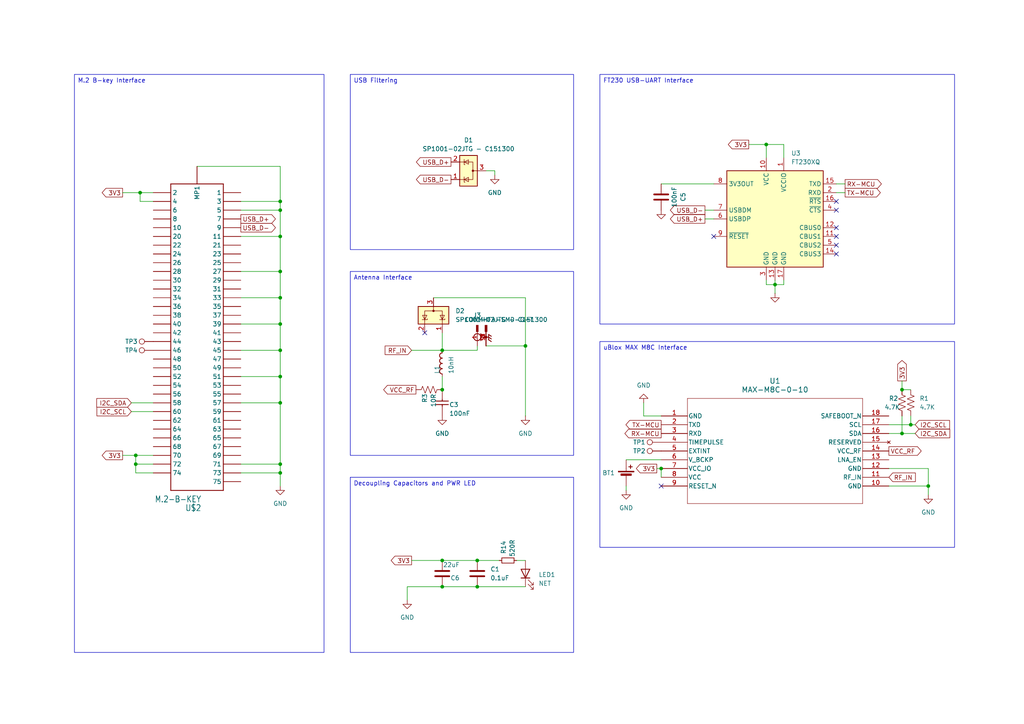
<source format=kicad_sch>
(kicad_sch
	(version 20250114)
	(generator "eeschema")
	(generator_version "9.0")
	(uuid "e7330474-dfa1-444b-a895-5636b314a33a")
	(paper "A4")
	(title_block
		(title "M.2 GNSS Card")
		(date "2025-06-04")
		(rev "rev1.0")
		(company "Ardoo Labs")
		(comment 1 "M.2 GNSS card with uBlox MAX M8C and FT230, with MH4 RF connector")
	)
	(lib_symbols
		(symbol "CONMHF4-SMD-G-T:CONMHF4-SMD-G-T"
			(pin_names
				(offset 1.016)
			)
			(exclude_from_sim no)
			(in_bom yes)
			(on_board yes)
			(property "Reference" "J"
				(at -3.81 1.524 0)
				(effects
					(font
						(size 1.27 1.27)
					)
					(justify left bottom)
				)
			)
			(property "Value" "CONMHF4-SMD-G-T"
				(at -4.064 -6.858 0)
				(effects
					(font
						(size 1.27 1.27)
					)
					(justify left bottom)
				)
			)
			(property "Footprint" "CONMHF4-SMD-G-T:LINX_CONMHF4-SMD-G-T"
				(at 0 0 0)
				(effects
					(font
						(size 1.27 1.27)
					)
					(justify bottom)
					(hide yes)
				)
			)
			(property "Datasheet" ""
				(at 0 0 0)
				(effects
					(font
						(size 1.27 1.27)
					)
					(hide yes)
				)
			)
			(property "Description" ""
				(at 0 0 0)
				(effects
					(font
						(size 1.27 1.27)
					)
					(hide yes)
				)
			)
			(property "SnapEDA_Link" "https://www.snapeda.com/parts/CONMHF4-SMD-G-T/Linx/view-part/?ref=snap"
				(at 0 0 0)
				(effects
					(font
						(size 1.27 1.27)
					)
					(justify bottom)
					(hide yes)
				)
			)
			(property "Check_prices" "https://www.snapeda.com/parts/CONMHF4-SMD-G-T/Linx/view-part/?ref=eda"
				(at 0 0 0)
				(effects
					(font
						(size 1.27 1.27)
					)
					(justify bottom)
					(hide yes)
				)
			)
			(property "Package" "None"
				(at 0 0 0)
				(effects
					(font
						(size 1.27 1.27)
					)
					(justify bottom)
					(hide yes)
				)
			)
			(property "Price" "None"
				(at 0 0 0)
				(effects
					(font
						(size 1.27 1.27)
					)
					(justify bottom)
					(hide yes)
				)
			)
			(property "MF" "Linx Technologies Inc."
				(at 0 0 0)
				(effects
					(font
						(size 1.27 1.27)
					)
					(justify bottom)
					(hide yes)
				)
			)
			(property "MP" "CONMHF4-SMD-G-T"
				(at 0 0 0)
				(effects
					(font
						(size 1.27 1.27)
					)
					(justify bottom)
					(hide yes)
				)
			)
			(property "Purchase-URL" "https://www.snapeda.com/api/url_track_click_mouser/?unipart_id=9180174&manufacturer=Linx Technologies Inc.&part_name=CONMHF4-SMD-G-T&search_term=None"
				(at 0 0 0)
				(effects
					(font
						(size 1.27 1.27)
					)
					(justify bottom)
					(hide yes)
				)
			)
			(property "Availability" "In Stock"
				(at 0 0 0)
				(effects
					(font
						(size 1.27 1.27)
					)
					(justify bottom)
					(hide yes)
				)
			)
			(property "Description_1" "MHF4 Jack 50 Ohm PCB Surface Mount"
				(at 0 0 0)
				(effects
					(font
						(size 1.27 1.27)
					)
					(justify bottom)
					(hide yes)
				)
			)
			(symbol "CONMHF4-SMD-G-T_0_0"
				(polyline
					(pts
						(xy -1.016 -1.016) (xy 1.016 -1.016)
					)
					(stroke
						(width 0.254)
						(type default)
					)
					(fill
						(type none)
					)
				)
				(polyline
					(pts
						(xy -0.762 -3.302) (xy -1.27 -4.064)
					)
					(stroke
						(width 0.254)
						(type default)
					)
					(fill
						(type none)
					)
				)
				(circle
					(center 0 0)
					(radius 1.016)
					(stroke
						(width 0.254)
						(type default)
					)
					(fill
						(type none)
					)
				)
				(polyline
					(pts
						(xy 0 -1.016) (xy 0 -3.302)
					)
					(stroke
						(width 0.254)
						(type default)
					)
					(fill
						(type none)
					)
				)
				(circle
					(center 0 -2.54)
					(radius 0.254)
					(stroke
						(width 0.254)
						(type default)
					)
					(fill
						(type none)
					)
				)
				(polyline
					(pts
						(xy 0 -3.302) (xy -0.508 -4.064)
					)
					(stroke
						(width 0.254)
						(type default)
					)
					(fill
						(type none)
					)
				)
				(polyline
					(pts
						(xy 0.762 -3.302) (xy -0.762 -3.302)
					)
					(stroke
						(width 0.254)
						(type default)
					)
					(fill
						(type none)
					)
				)
				(polyline
					(pts
						(xy 0.762 -3.302) (xy 0.254 -4.064)
					)
					(stroke
						(width 0.254)
						(type default)
					)
					(fill
						(type none)
					)
				)
				(rectangle
					(start 1.5875 -0.3175)
					(end 3.4925 0.3175)
					(stroke
						(width 0.1)
						(type default)
					)
					(fill
						(type outline)
					)
				)
				(rectangle
					(start 1.5875 -2.8575)
					(end 3.4925 -2.2225)
					(stroke
						(width 0.1)
						(type default)
					)
					(fill
						(type outline)
					)
				)
				(pin passive line
					(at -2.54 0 0)
					(length 5.08)
					(name "~"
						(effects
							(font
								(size 1.016 1.016)
							)
						)
					)
					(number "1"
						(effects
							(font
								(size 1.016 1.016)
							)
						)
					)
				)
				(pin passive line
					(at -2.54 -2.54 0)
					(length 5.08)
					(name "~"
						(effects
							(font
								(size 1.016 1.016)
							)
						)
					)
					(number "S1"
						(effects
							(font
								(size 1.016 1.016)
							)
						)
					)
				)
				(pin passive line
					(at -2.54 -2.54 0)
					(length 5.08)
					(name "~"
						(effects
							(font
								(size 1.016 1.016)
							)
						)
					)
					(number "S2"
						(effects
							(font
								(size 1.016 1.016)
							)
						)
					)
				)
				(pin passive line
					(at -2.54 -2.54 0)
					(length 5.08)
					(name "~"
						(effects
							(font
								(size 1.016 1.016)
							)
						)
					)
					(number "S3"
						(effects
							(font
								(size 1.016 1.016)
							)
						)
					)
				)
			)
			(embedded_fonts no)
		)
		(symbol "Connector:TestPoint"
			(pin_numbers
				(hide yes)
			)
			(pin_names
				(offset 0.762)
				(hide yes)
			)
			(exclude_from_sim no)
			(in_bom yes)
			(on_board yes)
			(property "Reference" "TP"
				(at 0 6.858 0)
				(effects
					(font
						(size 1.27 1.27)
					)
				)
			)
			(property "Value" "TestPoint"
				(at 0 5.08 0)
				(effects
					(font
						(size 1.27 1.27)
					)
				)
			)
			(property "Footprint" ""
				(at 5.08 0 0)
				(effects
					(font
						(size 1.27 1.27)
					)
					(hide yes)
				)
			)
			(property "Datasheet" "~"
				(at 5.08 0 0)
				(effects
					(font
						(size 1.27 1.27)
					)
					(hide yes)
				)
			)
			(property "Description" "test point"
				(at 0 0 0)
				(effects
					(font
						(size 1.27 1.27)
					)
					(hide yes)
				)
			)
			(property "ki_keywords" "test point tp"
				(at 0 0 0)
				(effects
					(font
						(size 1.27 1.27)
					)
					(hide yes)
				)
			)
			(property "ki_fp_filters" "Pin* Test*"
				(at 0 0 0)
				(effects
					(font
						(size 1.27 1.27)
					)
					(hide yes)
				)
			)
			(symbol "TestPoint_0_1"
				(circle
					(center 0 3.302)
					(radius 0.762)
					(stroke
						(width 0)
						(type default)
					)
					(fill
						(type none)
					)
				)
			)
			(symbol "TestPoint_1_1"
				(pin passive line
					(at 0 0 90)
					(length 2.54)
					(name "1"
						(effects
							(font
								(size 1.27 1.27)
							)
						)
					)
					(number "1"
						(effects
							(font
								(size 1.27 1.27)
							)
						)
					)
				)
			)
			(embedded_fonts no)
		)
		(symbol "Device:Battery_Cell"
			(pin_numbers
				(hide yes)
			)
			(pin_names
				(offset 0)
				(hide yes)
			)
			(exclude_from_sim no)
			(in_bom yes)
			(on_board yes)
			(property "Reference" "BT"
				(at 2.54 2.54 0)
				(effects
					(font
						(size 1.27 1.27)
					)
					(justify left)
				)
			)
			(property "Value" "Battery_Cell"
				(at 2.54 0 0)
				(effects
					(font
						(size 1.27 1.27)
					)
					(justify left)
				)
			)
			(property "Footprint" ""
				(at 0 1.524 90)
				(effects
					(font
						(size 1.27 1.27)
					)
					(hide yes)
				)
			)
			(property "Datasheet" "~"
				(at 0 1.524 90)
				(effects
					(font
						(size 1.27 1.27)
					)
					(hide yes)
				)
			)
			(property "Description" "Single-cell battery"
				(at 0 0 0)
				(effects
					(font
						(size 1.27 1.27)
					)
					(hide yes)
				)
			)
			(property "ki_keywords" "battery cell"
				(at 0 0 0)
				(effects
					(font
						(size 1.27 1.27)
					)
					(hide yes)
				)
			)
			(symbol "Battery_Cell_0_1"
				(rectangle
					(start -2.286 1.778)
					(end 2.286 1.524)
					(stroke
						(width 0)
						(type default)
					)
					(fill
						(type outline)
					)
				)
				(rectangle
					(start -1.524 1.016)
					(end 1.524 0.508)
					(stroke
						(width 0)
						(type default)
					)
					(fill
						(type outline)
					)
				)
				(polyline
					(pts
						(xy 0 1.778) (xy 0 2.54)
					)
					(stroke
						(width 0)
						(type default)
					)
					(fill
						(type none)
					)
				)
				(polyline
					(pts
						(xy 0 0.762) (xy 0 0)
					)
					(stroke
						(width 0)
						(type default)
					)
					(fill
						(type none)
					)
				)
				(polyline
					(pts
						(xy 0.762 3.048) (xy 1.778 3.048)
					)
					(stroke
						(width 0.254)
						(type default)
					)
					(fill
						(type none)
					)
				)
				(polyline
					(pts
						(xy 1.27 3.556) (xy 1.27 2.54)
					)
					(stroke
						(width 0.254)
						(type default)
					)
					(fill
						(type none)
					)
				)
			)
			(symbol "Battery_Cell_1_1"
				(pin passive line
					(at 0 5.08 270)
					(length 2.54)
					(name "+"
						(effects
							(font
								(size 1.27 1.27)
							)
						)
					)
					(number "1"
						(effects
							(font
								(size 1.27 1.27)
							)
						)
					)
				)
				(pin passive line
					(at 0 -2.54 90)
					(length 2.54)
					(name "-"
						(effects
							(font
								(size 1.27 1.27)
							)
						)
					)
					(number "2"
						(effects
							(font
								(size 1.27 1.27)
							)
						)
					)
				)
			)
			(embedded_fonts no)
		)
		(symbol "Device:C"
			(pin_numbers
				(hide yes)
			)
			(pin_names
				(offset 0.254)
			)
			(exclude_from_sim no)
			(in_bom yes)
			(on_board yes)
			(property "Reference" "C"
				(at 0.635 2.54 0)
				(effects
					(font
						(size 1.27 1.27)
					)
					(justify left)
				)
			)
			(property "Value" "C"
				(at 0.635 -2.54 0)
				(effects
					(font
						(size 1.27 1.27)
					)
					(justify left)
				)
			)
			(property "Footprint" ""
				(at 0.9652 -3.81 0)
				(effects
					(font
						(size 1.27 1.27)
					)
					(hide yes)
				)
			)
			(property "Datasheet" "~"
				(at 0 0 0)
				(effects
					(font
						(size 1.27 1.27)
					)
					(hide yes)
				)
			)
			(property "Description" "Unpolarized capacitor"
				(at 0 0 0)
				(effects
					(font
						(size 1.27 1.27)
					)
					(hide yes)
				)
			)
			(property "ki_keywords" "cap capacitor"
				(at 0 0 0)
				(effects
					(font
						(size 1.27 1.27)
					)
					(hide yes)
				)
			)
			(property "ki_fp_filters" "C_*"
				(at 0 0 0)
				(effects
					(font
						(size 1.27 1.27)
					)
					(hide yes)
				)
			)
			(symbol "C_0_1"
				(polyline
					(pts
						(xy -2.032 0.762) (xy 2.032 0.762)
					)
					(stroke
						(width 0.508)
						(type default)
					)
					(fill
						(type none)
					)
				)
				(polyline
					(pts
						(xy -2.032 -0.762) (xy 2.032 -0.762)
					)
					(stroke
						(width 0.508)
						(type default)
					)
					(fill
						(type none)
					)
				)
			)
			(symbol "C_1_1"
				(pin passive line
					(at 0 3.81 270)
					(length 2.794)
					(name "~"
						(effects
							(font
								(size 1.27 1.27)
							)
						)
					)
					(number "1"
						(effects
							(font
								(size 1.27 1.27)
							)
						)
					)
				)
				(pin passive line
					(at 0 -3.81 90)
					(length 2.794)
					(name "~"
						(effects
							(font
								(size 1.27 1.27)
							)
						)
					)
					(number "2"
						(effects
							(font
								(size 1.27 1.27)
							)
						)
					)
				)
			)
			(embedded_fonts no)
		)
		(symbol "Device:LED"
			(pin_numbers
				(hide yes)
			)
			(pin_names
				(offset 1.016)
				(hide yes)
			)
			(exclude_from_sim no)
			(in_bom yes)
			(on_board yes)
			(property "Reference" "D"
				(at 0 2.54 0)
				(effects
					(font
						(size 1.27 1.27)
					)
				)
			)
			(property "Value" "LED"
				(at 0 -2.54 0)
				(effects
					(font
						(size 1.27 1.27)
					)
				)
			)
			(property "Footprint" ""
				(at 0 0 0)
				(effects
					(font
						(size 1.27 1.27)
					)
					(hide yes)
				)
			)
			(property "Datasheet" "~"
				(at 0 0 0)
				(effects
					(font
						(size 1.27 1.27)
					)
					(hide yes)
				)
			)
			(property "Description" "Light emitting diode"
				(at 0 0 0)
				(effects
					(font
						(size 1.27 1.27)
					)
					(hide yes)
				)
			)
			(property "Sim.Pins" "1=K 2=A"
				(at 0 0 0)
				(effects
					(font
						(size 1.27 1.27)
					)
					(hide yes)
				)
			)
			(property "ki_keywords" "LED diode"
				(at 0 0 0)
				(effects
					(font
						(size 1.27 1.27)
					)
					(hide yes)
				)
			)
			(property "ki_fp_filters" "LED* LED_SMD:* LED_THT:*"
				(at 0 0 0)
				(effects
					(font
						(size 1.27 1.27)
					)
					(hide yes)
				)
			)
			(symbol "LED_0_1"
				(polyline
					(pts
						(xy -3.048 -0.762) (xy -4.572 -2.286) (xy -3.81 -2.286) (xy -4.572 -2.286) (xy -4.572 -1.524)
					)
					(stroke
						(width 0)
						(type default)
					)
					(fill
						(type none)
					)
				)
				(polyline
					(pts
						(xy -1.778 -0.762) (xy -3.302 -2.286) (xy -2.54 -2.286) (xy -3.302 -2.286) (xy -3.302 -1.524)
					)
					(stroke
						(width 0)
						(type default)
					)
					(fill
						(type none)
					)
				)
				(polyline
					(pts
						(xy -1.27 0) (xy 1.27 0)
					)
					(stroke
						(width 0)
						(type default)
					)
					(fill
						(type none)
					)
				)
				(polyline
					(pts
						(xy -1.27 -1.27) (xy -1.27 1.27)
					)
					(stroke
						(width 0.254)
						(type default)
					)
					(fill
						(type none)
					)
				)
				(polyline
					(pts
						(xy 1.27 -1.27) (xy 1.27 1.27) (xy -1.27 0) (xy 1.27 -1.27)
					)
					(stroke
						(width 0.254)
						(type default)
					)
					(fill
						(type none)
					)
				)
			)
			(symbol "LED_1_1"
				(pin passive line
					(at -3.81 0 0)
					(length 2.54)
					(name "K"
						(effects
							(font
								(size 1.27 1.27)
							)
						)
					)
					(number "1"
						(effects
							(font
								(size 1.27 1.27)
							)
						)
					)
				)
				(pin passive line
					(at 3.81 0 180)
					(length 2.54)
					(name "A"
						(effects
							(font
								(size 1.27 1.27)
							)
						)
					)
					(number "2"
						(effects
							(font
								(size 1.27 1.27)
							)
						)
					)
				)
			)
			(embedded_fonts no)
		)
		(symbol "Device:R_Small"
			(pin_numbers
				(hide yes)
			)
			(pin_names
				(offset 0.254)
				(hide yes)
			)
			(exclude_from_sim no)
			(in_bom yes)
			(on_board yes)
			(property "Reference" "R"
				(at 0.762 0.508 0)
				(effects
					(font
						(size 1.27 1.27)
					)
					(justify left)
				)
			)
			(property "Value" "R_Small"
				(at 0.762 -1.016 0)
				(effects
					(font
						(size 1.27 1.27)
					)
					(justify left)
				)
			)
			(property "Footprint" ""
				(at 0 0 0)
				(effects
					(font
						(size 1.27 1.27)
					)
					(hide yes)
				)
			)
			(property "Datasheet" "~"
				(at 0 0 0)
				(effects
					(font
						(size 1.27 1.27)
					)
					(hide yes)
				)
			)
			(property "Description" "Resistor, small symbol"
				(at 0 0 0)
				(effects
					(font
						(size 1.27 1.27)
					)
					(hide yes)
				)
			)
			(property "ki_keywords" "R resistor"
				(at 0 0 0)
				(effects
					(font
						(size 1.27 1.27)
					)
					(hide yes)
				)
			)
			(property "ki_fp_filters" "R_*"
				(at 0 0 0)
				(effects
					(font
						(size 1.27 1.27)
					)
					(hide yes)
				)
			)
			(symbol "R_Small_0_1"
				(rectangle
					(start -0.762 1.778)
					(end 0.762 -1.778)
					(stroke
						(width 0.2032)
						(type default)
					)
					(fill
						(type none)
					)
				)
			)
			(symbol "R_Small_1_1"
				(pin passive line
					(at 0 2.54 270)
					(length 0.762)
					(name "~"
						(effects
							(font
								(size 1.27 1.27)
							)
						)
					)
					(number "1"
						(effects
							(font
								(size 1.27 1.27)
							)
						)
					)
				)
				(pin passive line
					(at 0 -2.54 90)
					(length 0.762)
					(name "~"
						(effects
							(font
								(size 1.27 1.27)
							)
						)
					)
					(number "2"
						(effects
							(font
								(size 1.27 1.27)
							)
						)
					)
				)
			)
			(embedded_fonts no)
		)
		(symbol "Device:R_US"
			(pin_numbers
				(hide yes)
			)
			(pin_names
				(offset 0)
			)
			(exclude_from_sim no)
			(in_bom yes)
			(on_board yes)
			(property "Reference" "R"
				(at 2.54 0 90)
				(effects
					(font
						(size 1.27 1.27)
					)
				)
			)
			(property "Value" "R_US"
				(at -2.54 0 90)
				(effects
					(font
						(size 1.27 1.27)
					)
				)
			)
			(property "Footprint" ""
				(at 1.016 -0.254 90)
				(effects
					(font
						(size 1.27 1.27)
					)
					(hide yes)
				)
			)
			(property "Datasheet" "~"
				(at 0 0 0)
				(effects
					(font
						(size 1.27 1.27)
					)
					(hide yes)
				)
			)
			(property "Description" "Resistor, US symbol"
				(at 0 0 0)
				(effects
					(font
						(size 1.27 1.27)
					)
					(hide yes)
				)
			)
			(property "ki_keywords" "R res resistor"
				(at 0 0 0)
				(effects
					(font
						(size 1.27 1.27)
					)
					(hide yes)
				)
			)
			(property "ki_fp_filters" "R_*"
				(at 0 0 0)
				(effects
					(font
						(size 1.27 1.27)
					)
					(hide yes)
				)
			)
			(symbol "R_US_0_1"
				(polyline
					(pts
						(xy 0 2.286) (xy 0 2.54)
					)
					(stroke
						(width 0)
						(type default)
					)
					(fill
						(type none)
					)
				)
				(polyline
					(pts
						(xy 0 2.286) (xy 1.016 1.905) (xy 0 1.524) (xy -1.016 1.143) (xy 0 0.762)
					)
					(stroke
						(width 0)
						(type default)
					)
					(fill
						(type none)
					)
				)
				(polyline
					(pts
						(xy 0 0.762) (xy 1.016 0.381) (xy 0 0) (xy -1.016 -0.381) (xy 0 -0.762)
					)
					(stroke
						(width 0)
						(type default)
					)
					(fill
						(type none)
					)
				)
				(polyline
					(pts
						(xy 0 -0.762) (xy 1.016 -1.143) (xy 0 -1.524) (xy -1.016 -1.905) (xy 0 -2.286)
					)
					(stroke
						(width 0)
						(type default)
					)
					(fill
						(type none)
					)
				)
				(polyline
					(pts
						(xy 0 -2.286) (xy 0 -2.54)
					)
					(stroke
						(width 0)
						(type default)
					)
					(fill
						(type none)
					)
				)
			)
			(symbol "R_US_1_1"
				(pin passive line
					(at 0 3.81 270)
					(length 1.27)
					(name "~"
						(effects
							(font
								(size 1.27 1.27)
							)
						)
					)
					(number "1"
						(effects
							(font
								(size 1.27 1.27)
							)
						)
					)
				)
				(pin passive line
					(at 0 -3.81 90)
					(length 1.27)
					(name "~"
						(effects
							(font
								(size 1.27 1.27)
							)
						)
					)
					(number "2"
						(effects
							(font
								(size 1.27 1.27)
							)
						)
					)
				)
			)
			(embedded_fonts no)
		)
		(symbol "EGL_nRF52840_b-altium-import:root_0_IND"
			(exclude_from_sim no)
			(in_bom yes)
			(on_board yes)
			(property "Reference" ""
				(at 0 0 0)
				(effects
					(font
						(size 1.27 1.27)
					)
				)
			)
			(property "Value" ""
				(at 0 0 0)
				(effects
					(font
						(size 1.27 1.27)
					)
				)
			)
			(property "Footprint" ""
				(at 0 0 0)
				(effects
					(font
						(size 1.27 1.27)
					)
					(hide yes)
				)
			)
			(property "Datasheet" ""
				(at 0 0 0)
				(effects
					(font
						(size 1.27 1.27)
					)
					(hide yes)
				)
			)
			(property "Description" "High frequency chip inductor ±5%"
				(at 0 0 0)
				(effects
					(font
						(size 1.27 1.27)
					)
					(hide yes)
				)
			)
			(property "ki_fp_filters" "*INDC1005X04L*"
				(at 0 0 0)
				(effects
					(font
						(size 1.27 1.27)
					)
					(hide yes)
				)
			)
			(symbol "root_0_IND_1_0"
				(arc
					(start 0.762 0)
					(mid 1.524 0.762)
					(end 2.286 0)
					(stroke
						(width 0.254)
						(type solid)
					)
					(fill
						(type none)
					)
				)
				(arc
					(start 2.286 0)
					(mid 3.048 0.762)
					(end 3.81 0)
					(stroke
						(width 0.254)
						(type solid)
					)
					(fill
						(type none)
					)
				)
				(arc
					(start 3.81 0)
					(mid 4.572 0.762)
					(end 5.334 0)
					(stroke
						(width 0.254)
						(type solid)
					)
					(fill
						(type none)
					)
				)
				(arc
					(start 5.334 0)
					(mid 6.096 0.762)
					(end 6.858 0)
					(stroke
						(width 0.254)
						(type solid)
					)
					(fill
						(type none)
					)
				)
				(pin passive line
					(at 0 0 0)
					(length 0.762)
					(name "1"
						(effects
							(font
								(size 0 0)
							)
						)
					)
					(number "1"
						(effects
							(font
								(size 0 0)
							)
						)
					)
				)
				(pin passive line
					(at 7.62 0 180)
					(length 0.762)
					(name "2"
						(effects
							(font
								(size 0 0)
							)
						)
					)
					(number "2"
						(effects
							(font
								(size 0 0)
							)
						)
					)
				)
			)
			(embedded_fonts no)
		)
		(symbol "EGL_nRF52840_b-altium-import:root_1_CAP"
			(exclude_from_sim no)
			(in_bom yes)
			(on_board yes)
			(property "Reference" ""
				(at 0 0 0)
				(effects
					(font
						(size 1.27 1.27)
					)
				)
			)
			(property "Value" ""
				(at 0 0 0)
				(effects
					(font
						(size 1.27 1.27)
					)
				)
			)
			(property "Footprint" ""
				(at 0 0 0)
				(effects
					(font
						(size 1.27 1.27)
					)
					(hide yes)
				)
			)
			(property "Datasheet" ""
				(at 0 0 0)
				(effects
					(font
						(size 1.27 1.27)
					)
					(hide yes)
				)
			)
			(property "Description" "Capacitor, NP0, ±10%"
				(at 0 0 0)
				(effects
					(font
						(size 1.27 1.27)
					)
					(hide yes)
				)
			)
			(property "ki_fp_filters" "*CAPC1005X04L*"
				(at 0 0 0)
				(effects
					(font
						(size 1.27 1.27)
					)
					(hide yes)
				)
			)
			(symbol "root_1_CAP_1_0"
				(polyline
					(pts
						(xy 0 4.318) (xy 0 4.826)
					)
					(stroke
						(width 0.254)
						(type solid)
					)
					(fill
						(type none)
					)
				)
				(polyline
					(pts
						(xy 0 3.302) (xy 0 2.794)
					)
					(stroke
						(width 0.254)
						(type solid)
					)
					(fill
						(type none)
					)
				)
				(polyline
					(pts
						(xy 1.778 4.318) (xy -1.778 4.318)
					)
					(stroke
						(width 0.254)
						(type solid)
					)
					(fill
						(type none)
					)
				)
				(polyline
					(pts
						(xy 1.778 3.302) (xy -1.778 3.302)
					)
					(stroke
						(width 0.254)
						(type solid)
					)
					(fill
						(type none)
					)
				)
				(pin passive line
					(at 0 7.62 270)
					(length 3.302)
					(name "2"
						(effects
							(font
								(size 0 0)
							)
						)
					)
					(number "2"
						(effects
							(font
								(size 0 0)
							)
						)
					)
				)
				(pin passive line
					(at 0 0 90)
					(length 3.302)
					(name "1"
						(effects
							(font
								(size 0 0)
							)
						)
					)
					(number "1"
						(effects
							(font
								(size 0 0)
							)
						)
					)
				)
			)
			(embedded_fonts no)
		)
		(symbol "Interface_USB:FT230XQ"
			(exclude_from_sim no)
			(in_bom yes)
			(on_board yes)
			(property "Reference" "U"
				(at -13.97 15.24 0)
				(effects
					(font
						(size 1.27 1.27)
					)
					(justify left)
				)
			)
			(property "Value" "FT230XQ"
				(at 7.62 15.24 0)
				(effects
					(font
						(size 1.27 1.27)
					)
					(justify left)
				)
			)
			(property "Footprint" "Package_DFN_QFN:QFN-16-1EP_4x4mm_P0.65mm_EP2.1x2.1mm"
				(at 34.29 -15.24 0)
				(effects
					(font
						(size 1.27 1.27)
					)
					(hide yes)
				)
			)
			(property "Datasheet" "https://www.ftdichip.com/Support/Documents/DataSheets/ICs/DS_FT230X.pdf"
				(at 0 0 0)
				(effects
					(font
						(size 1.27 1.27)
					)
					(hide yes)
				)
			)
			(property "Description" "Full Speed USB to Basic UART, QFN-16"
				(at 0 0 0)
				(effects
					(font
						(size 1.27 1.27)
					)
					(hide yes)
				)
			)
			(property "ki_keywords" "FTDI USB UART interface converter"
				(at 0 0 0)
				(effects
					(font
						(size 1.27 1.27)
					)
					(hide yes)
				)
			)
			(property "ki_fp_filters" "QFN*1EP*4x4mm*P0.65mm*"
				(at 0 0 0)
				(effects
					(font
						(size 1.27 1.27)
					)
					(hide yes)
				)
			)
			(symbol "FT230XQ_0_1"
				(rectangle
					(start -13.97 13.97)
					(end 13.97 -13.97)
					(stroke
						(width 0.254)
						(type default)
					)
					(fill
						(type background)
					)
				)
			)
			(symbol "FT230XQ_1_1"
				(pin power_out line
					(at -17.78 10.16 0)
					(length 3.81)
					(name "3V3OUT"
						(effects
							(font
								(size 1.27 1.27)
							)
						)
					)
					(number "8"
						(effects
							(font
								(size 1.27 1.27)
							)
						)
					)
				)
				(pin bidirectional line
					(at -17.78 2.54 0)
					(length 3.81)
					(name "USBDM"
						(effects
							(font
								(size 1.27 1.27)
							)
						)
					)
					(number "7"
						(effects
							(font
								(size 1.27 1.27)
							)
						)
					)
				)
				(pin bidirectional line
					(at -17.78 0 0)
					(length 3.81)
					(name "USBDP"
						(effects
							(font
								(size 1.27 1.27)
							)
						)
					)
					(number "6"
						(effects
							(font
								(size 1.27 1.27)
							)
						)
					)
				)
				(pin input line
					(at -17.78 -5.08 0)
					(length 3.81)
					(name "~{RESET}"
						(effects
							(font
								(size 1.27 1.27)
							)
						)
					)
					(number "9"
						(effects
							(font
								(size 1.27 1.27)
							)
						)
					)
				)
				(pin power_in line
					(at -2.54 17.78 270)
					(length 3.81)
					(name "VCC"
						(effects
							(font
								(size 1.27 1.27)
							)
						)
					)
					(number "10"
						(effects
							(font
								(size 1.27 1.27)
							)
						)
					)
				)
				(pin power_in line
					(at -2.54 -17.78 90)
					(length 3.81)
					(name "GND"
						(effects
							(font
								(size 1.27 1.27)
							)
						)
					)
					(number "3"
						(effects
							(font
								(size 1.27 1.27)
							)
						)
					)
				)
				(pin power_in line
					(at 0 -17.78 90)
					(length 3.81)
					(name "GND"
						(effects
							(font
								(size 1.27 1.27)
							)
						)
					)
					(number "13"
						(effects
							(font
								(size 1.27 1.27)
							)
						)
					)
				)
				(pin power_in line
					(at 2.54 17.78 270)
					(length 3.81)
					(name "VCCIO"
						(effects
							(font
								(size 1.27 1.27)
							)
						)
					)
					(number "1"
						(effects
							(font
								(size 1.27 1.27)
							)
						)
					)
				)
				(pin power_in line
					(at 2.54 -17.78 90)
					(length 3.81)
					(name "GND"
						(effects
							(font
								(size 1.27 1.27)
							)
						)
					)
					(number "17"
						(effects
							(font
								(size 1.27 1.27)
							)
						)
					)
				)
				(pin output line
					(at 17.78 10.16 180)
					(length 3.81)
					(name "TXD"
						(effects
							(font
								(size 1.27 1.27)
							)
						)
					)
					(number "15"
						(effects
							(font
								(size 1.27 1.27)
							)
						)
					)
				)
				(pin input line
					(at 17.78 7.62 180)
					(length 3.81)
					(name "RXD"
						(effects
							(font
								(size 1.27 1.27)
							)
						)
					)
					(number "2"
						(effects
							(font
								(size 1.27 1.27)
							)
						)
					)
				)
				(pin output line
					(at 17.78 5.08 180)
					(length 3.81)
					(name "~{RTS}"
						(effects
							(font
								(size 1.27 1.27)
							)
						)
					)
					(number "16"
						(effects
							(font
								(size 1.27 1.27)
							)
						)
					)
				)
				(pin input line
					(at 17.78 2.54 180)
					(length 3.81)
					(name "~{CTS}"
						(effects
							(font
								(size 1.27 1.27)
							)
						)
					)
					(number "4"
						(effects
							(font
								(size 1.27 1.27)
							)
						)
					)
				)
				(pin bidirectional line
					(at 17.78 -2.54 180)
					(length 3.81)
					(name "CBUS0"
						(effects
							(font
								(size 1.27 1.27)
							)
						)
					)
					(number "12"
						(effects
							(font
								(size 1.27 1.27)
							)
						)
					)
				)
				(pin bidirectional line
					(at 17.78 -5.08 180)
					(length 3.81)
					(name "CBUS1"
						(effects
							(font
								(size 1.27 1.27)
							)
						)
					)
					(number "11"
						(effects
							(font
								(size 1.27 1.27)
							)
						)
					)
				)
				(pin bidirectional line
					(at 17.78 -7.62 180)
					(length 3.81)
					(name "CBUS2"
						(effects
							(font
								(size 1.27 1.27)
							)
						)
					)
					(number "5"
						(effects
							(font
								(size 1.27 1.27)
							)
						)
					)
				)
				(pin bidirectional line
					(at 17.78 -10.16 180)
					(length 3.81)
					(name "CBUS3"
						(effects
							(font
								(size 1.27 1.27)
							)
						)
					)
					(number "14"
						(effects
							(font
								(size 1.27 1.27)
							)
						)
					)
				)
			)
			(embedded_fonts no)
		)
		(symbol "M.2-Templates-eagle-import:M.2-B-KEY"
			(exclude_from_sim no)
			(in_bom yes)
			(on_board yes)
			(property "Reference" ""
				(at 8.89 -5.08 0)
				(effects
					(font
						(size 1.778 1.5113)
					)
					(justify right)
				)
			)
			(property "Value" "M.2-B-KEY"
				(at 8.89 -2.54 0)
				(effects
					(font
						(size 1.778 1.5113)
					)
					(justify right)
				)
			)
			(property "Footprint" ""
				(at 0 0 0)
				(effects
					(font
						(size 1.27 1.27)
					)
					(hide yes)
				)
			)
			(property "Datasheet" ""
				(at 0 0 0)
				(effects
					(font
						(size 1.27 1.27)
					)
					(hide yes)
				)
			)
			(property "Description" ""
				(at 0 0 0)
				(effects
					(font
						(size 1.27 1.27)
					)
					(hide yes)
				)
			)
			(property "ki_locked" ""
				(at 0 0 0)
				(effects
					(font
						(size 1.27 1.27)
					)
				)
			)
			(symbol "M.2-B-KEY_1_0"
				(polyline
					(pts
						(xy 0 0) (xy 0 88.9)
					)
					(stroke
						(width 0.254)
						(type default)
					)
					(fill
						(type none)
					)
				)
				(polyline
					(pts
						(xy 0 0) (xy 15.24 0)
					)
					(stroke
						(width 0.254)
						(type default)
					)
					(fill
						(type none)
					)
				)
				(polyline
					(pts
						(xy 15.24 88.9) (xy 0 88.9)
					)
					(stroke
						(width 0.254)
						(type default)
					)
					(fill
						(type none)
					)
				)
				(polyline
					(pts
						(xy 15.24 88.9) (xy 15.24 0)
					)
					(stroke
						(width 0.254)
						(type default)
					)
					(fill
						(type none)
					)
				)
				(pin bidirectional line
					(at -5.08 86.36 0)
					(length 5.08)
					(name "2"
						(effects
							(font
								(size 1.27 1.27)
							)
						)
					)
					(number "P$2"
						(effects
							(font
								(size 0 0)
							)
						)
					)
				)
				(pin bidirectional line
					(at -5.08 83.82 0)
					(length 5.08)
					(name "4"
						(effects
							(font
								(size 1.27 1.27)
							)
						)
					)
					(number "P$4"
						(effects
							(font
								(size 0 0)
							)
						)
					)
				)
				(pin bidirectional line
					(at -5.08 81.28 0)
					(length 5.08)
					(name "6"
						(effects
							(font
								(size 1.27 1.27)
							)
						)
					)
					(number "P$6"
						(effects
							(font
								(size 0 0)
							)
						)
					)
				)
				(pin bidirectional line
					(at -5.08 78.74 0)
					(length 5.08)
					(name "8"
						(effects
							(font
								(size 1.27 1.27)
							)
						)
					)
					(number "P$8"
						(effects
							(font
								(size 0 0)
							)
						)
					)
				)
				(pin bidirectional line
					(at -5.08 76.2 0)
					(length 5.08)
					(name "10"
						(effects
							(font
								(size 1.27 1.27)
							)
						)
					)
					(number "P$10"
						(effects
							(font
								(size 0 0)
							)
						)
					)
				)
				(pin bidirectional line
					(at -5.08 73.66 0)
					(length 5.08)
					(name "20"
						(effects
							(font
								(size 1.27 1.27)
							)
						)
					)
					(number "P$20"
						(effects
							(font
								(size 0 0)
							)
						)
					)
				)
				(pin bidirectional line
					(at -5.08 71.12 0)
					(length 5.08)
					(name "22"
						(effects
							(font
								(size 1.27 1.27)
							)
						)
					)
					(number "P$22"
						(effects
							(font
								(size 0 0)
							)
						)
					)
				)
				(pin bidirectional line
					(at -5.08 68.58 0)
					(length 5.08)
					(name "24"
						(effects
							(font
								(size 1.27 1.27)
							)
						)
					)
					(number "P$24"
						(effects
							(font
								(size 0 0)
							)
						)
					)
				)
				(pin bidirectional line
					(at -5.08 66.04 0)
					(length 5.08)
					(name "26"
						(effects
							(font
								(size 1.27 1.27)
							)
						)
					)
					(number "P$26"
						(effects
							(font
								(size 0 0)
							)
						)
					)
				)
				(pin bidirectional line
					(at -5.08 63.5 0)
					(length 5.08)
					(name "28"
						(effects
							(font
								(size 1.27 1.27)
							)
						)
					)
					(number "P$28"
						(effects
							(font
								(size 0 0)
							)
						)
					)
				)
				(pin bidirectional line
					(at -5.08 60.96 0)
					(length 5.08)
					(name "30"
						(effects
							(font
								(size 1.27 1.27)
							)
						)
					)
					(number "P$30"
						(effects
							(font
								(size 0 0)
							)
						)
					)
				)
				(pin bidirectional line
					(at -5.08 58.42 0)
					(length 5.08)
					(name "32"
						(effects
							(font
								(size 1.27 1.27)
							)
						)
					)
					(number "P$32"
						(effects
							(font
								(size 0 0)
							)
						)
					)
				)
				(pin bidirectional line
					(at -5.08 55.88 0)
					(length 5.08)
					(name "34"
						(effects
							(font
								(size 1.27 1.27)
							)
						)
					)
					(number "P$34"
						(effects
							(font
								(size 0 0)
							)
						)
					)
				)
				(pin bidirectional line
					(at -5.08 53.34 0)
					(length 5.08)
					(name "36"
						(effects
							(font
								(size 1.27 1.27)
							)
						)
					)
					(number "P$36"
						(effects
							(font
								(size 0 0)
							)
						)
					)
				)
				(pin bidirectional line
					(at -5.08 50.8 0)
					(length 5.08)
					(name "38"
						(effects
							(font
								(size 1.27 1.27)
							)
						)
					)
					(number "P$38"
						(effects
							(font
								(size 0 0)
							)
						)
					)
				)
				(pin bidirectional line
					(at -5.08 48.26 0)
					(length 5.08)
					(name "40"
						(effects
							(font
								(size 1.27 1.27)
							)
						)
					)
					(number "P$40"
						(effects
							(font
								(size 0 0)
							)
						)
					)
				)
				(pin bidirectional line
					(at -5.08 45.72 0)
					(length 5.08)
					(name "42"
						(effects
							(font
								(size 1.27 1.27)
							)
						)
					)
					(number "P$42"
						(effects
							(font
								(size 0 0)
							)
						)
					)
				)
				(pin bidirectional line
					(at -5.08 43.18 0)
					(length 5.08)
					(name "44"
						(effects
							(font
								(size 1.27 1.27)
							)
						)
					)
					(number "P$44"
						(effects
							(font
								(size 0 0)
							)
						)
					)
				)
				(pin bidirectional line
					(at -5.08 40.64 0)
					(length 5.08)
					(name "46"
						(effects
							(font
								(size 1.27 1.27)
							)
						)
					)
					(number "P$46"
						(effects
							(font
								(size 0 0)
							)
						)
					)
				)
				(pin bidirectional line
					(at -5.08 38.1 0)
					(length 5.08)
					(name "48"
						(effects
							(font
								(size 1.27 1.27)
							)
						)
					)
					(number "P$48"
						(effects
							(font
								(size 0 0)
							)
						)
					)
				)
				(pin bidirectional line
					(at -5.08 35.56 0)
					(length 5.08)
					(name "50"
						(effects
							(font
								(size 1.27 1.27)
							)
						)
					)
					(number "P$50"
						(effects
							(font
								(size 0 0)
							)
						)
					)
				)
				(pin bidirectional line
					(at -5.08 33.02 0)
					(length 5.08)
					(name "52"
						(effects
							(font
								(size 1.27 1.27)
							)
						)
					)
					(number "P$52"
						(effects
							(font
								(size 0 0)
							)
						)
					)
				)
				(pin bidirectional line
					(at -5.08 30.48 0)
					(length 5.08)
					(name "54"
						(effects
							(font
								(size 1.27 1.27)
							)
						)
					)
					(number "P$54"
						(effects
							(font
								(size 0 0)
							)
						)
					)
				)
				(pin bidirectional line
					(at -5.08 27.94 0)
					(length 5.08)
					(name "56"
						(effects
							(font
								(size 1.27 1.27)
							)
						)
					)
					(number "P$56"
						(effects
							(font
								(size 0 0)
							)
						)
					)
				)
				(pin bidirectional line
					(at -5.08 25.4 0)
					(length 5.08)
					(name "58"
						(effects
							(font
								(size 1.27 1.27)
							)
						)
					)
					(number "P$58"
						(effects
							(font
								(size 0 0)
							)
						)
					)
				)
				(pin bidirectional line
					(at -5.08 22.86 0)
					(length 5.08)
					(name "60"
						(effects
							(font
								(size 1.27 1.27)
							)
						)
					)
					(number "P$60"
						(effects
							(font
								(size 0 0)
							)
						)
					)
				)
				(pin bidirectional line
					(at -5.08 20.32 0)
					(length 5.08)
					(name "62"
						(effects
							(font
								(size 1.27 1.27)
							)
						)
					)
					(number "P$62"
						(effects
							(font
								(size 0 0)
							)
						)
					)
				)
				(pin bidirectional line
					(at -5.08 17.78 0)
					(length 5.08)
					(name "64"
						(effects
							(font
								(size 1.27 1.27)
							)
						)
					)
					(number "P$64"
						(effects
							(font
								(size 0 0)
							)
						)
					)
				)
				(pin bidirectional line
					(at -5.08 15.24 0)
					(length 5.08)
					(name "66"
						(effects
							(font
								(size 1.27 1.27)
							)
						)
					)
					(number "P$66"
						(effects
							(font
								(size 0 0)
							)
						)
					)
				)
				(pin bidirectional line
					(at -5.08 12.7 0)
					(length 5.08)
					(name "68"
						(effects
							(font
								(size 1.27 1.27)
							)
						)
					)
					(number "P$68"
						(effects
							(font
								(size 0 0)
							)
						)
					)
				)
				(pin bidirectional line
					(at -5.08 10.16 0)
					(length 5.08)
					(name "70"
						(effects
							(font
								(size 1.27 1.27)
							)
						)
					)
					(number "P$70"
						(effects
							(font
								(size 0 0)
							)
						)
					)
				)
				(pin bidirectional line
					(at -5.08 7.62 0)
					(length 5.08)
					(name "72"
						(effects
							(font
								(size 1.27 1.27)
							)
						)
					)
					(number "P$72"
						(effects
							(font
								(size 0 0)
							)
						)
					)
				)
				(pin bidirectional line
					(at -5.08 5.08 0)
					(length 5.08)
					(name "74"
						(effects
							(font
								(size 1.27 1.27)
							)
						)
					)
					(number "P$74"
						(effects
							(font
								(size 0 0)
							)
						)
					)
				)
				(pin bidirectional line
					(at 7.62 93.98 270)
					(length 5.08)
					(name "MP1"
						(effects
							(font
								(size 1.27 1.27)
							)
						)
					)
					(number "MOUNTING-HOLE"
						(effects
							(font
								(size 0 0)
							)
						)
					)
				)
				(pin bidirectional line
					(at 20.32 86.36 180)
					(length 5.08)
					(name "1"
						(effects
							(font
								(size 1.27 1.27)
							)
						)
					)
					(number "P$1"
						(effects
							(font
								(size 0 0)
							)
						)
					)
				)
				(pin bidirectional line
					(at 20.32 83.82 180)
					(length 5.08)
					(name "3"
						(effects
							(font
								(size 1.27 1.27)
							)
						)
					)
					(number "P$3"
						(effects
							(font
								(size 0 0)
							)
						)
					)
				)
				(pin bidirectional line
					(at 20.32 81.28 180)
					(length 5.08)
					(name "5"
						(effects
							(font
								(size 1.27 1.27)
							)
						)
					)
					(number "P$5"
						(effects
							(font
								(size 0 0)
							)
						)
					)
				)
				(pin bidirectional line
					(at 20.32 78.74 180)
					(length 5.08)
					(name "7"
						(effects
							(font
								(size 1.27 1.27)
							)
						)
					)
					(number "P$7"
						(effects
							(font
								(size 0 0)
							)
						)
					)
				)
				(pin bidirectional line
					(at 20.32 76.2 180)
					(length 5.08)
					(name "9"
						(effects
							(font
								(size 1.27 1.27)
							)
						)
					)
					(number "P$9"
						(effects
							(font
								(size 0 0)
							)
						)
					)
				)
				(pin bidirectional line
					(at 20.32 73.66 180)
					(length 5.08)
					(name "11"
						(effects
							(font
								(size 1.27 1.27)
							)
						)
					)
					(number "P$11"
						(effects
							(font
								(size 0 0)
							)
						)
					)
				)
				(pin bidirectional line
					(at 20.32 71.12 180)
					(length 5.08)
					(name "21"
						(effects
							(font
								(size 1.27 1.27)
							)
						)
					)
					(number "P$21"
						(effects
							(font
								(size 0 0)
							)
						)
					)
				)
				(pin bidirectional line
					(at 20.32 68.58 180)
					(length 5.08)
					(name "23"
						(effects
							(font
								(size 1.27 1.27)
							)
						)
					)
					(number "P$23"
						(effects
							(font
								(size 0 0)
							)
						)
					)
				)
				(pin bidirectional line
					(at 20.32 66.04 180)
					(length 5.08)
					(name "25"
						(effects
							(font
								(size 1.27 1.27)
							)
						)
					)
					(number "P$25"
						(effects
							(font
								(size 0 0)
							)
						)
					)
				)
				(pin bidirectional line
					(at 20.32 63.5 180)
					(length 5.08)
					(name "27"
						(effects
							(font
								(size 1.27 1.27)
							)
						)
					)
					(number "P$27"
						(effects
							(font
								(size 0 0)
							)
						)
					)
				)
				(pin bidirectional line
					(at 20.32 60.96 180)
					(length 5.08)
					(name "29"
						(effects
							(font
								(size 1.27 1.27)
							)
						)
					)
					(number "P$29"
						(effects
							(font
								(size 0 0)
							)
						)
					)
				)
				(pin bidirectional line
					(at 20.32 58.42 180)
					(length 5.08)
					(name "31"
						(effects
							(font
								(size 1.27 1.27)
							)
						)
					)
					(number "P$31"
						(effects
							(font
								(size 0 0)
							)
						)
					)
				)
				(pin bidirectional line
					(at 20.32 55.88 180)
					(length 5.08)
					(name "33"
						(effects
							(font
								(size 1.27 1.27)
							)
						)
					)
					(number "P$33"
						(effects
							(font
								(size 0 0)
							)
						)
					)
				)
				(pin bidirectional line
					(at 20.32 53.34 180)
					(length 5.08)
					(name "35"
						(effects
							(font
								(size 1.27 1.27)
							)
						)
					)
					(number "P$35"
						(effects
							(font
								(size 0 0)
							)
						)
					)
				)
				(pin bidirectional line
					(at 20.32 50.8 180)
					(length 5.08)
					(name "37"
						(effects
							(font
								(size 1.27 1.27)
							)
						)
					)
					(number "P$37"
						(effects
							(font
								(size 0 0)
							)
						)
					)
				)
				(pin bidirectional line
					(at 20.32 48.26 180)
					(length 5.08)
					(name "39"
						(effects
							(font
								(size 1.27 1.27)
							)
						)
					)
					(number "P$39"
						(effects
							(font
								(size 0 0)
							)
						)
					)
				)
				(pin bidirectional line
					(at 20.32 45.72 180)
					(length 5.08)
					(name "41"
						(effects
							(font
								(size 1.27 1.27)
							)
						)
					)
					(number "P$41"
						(effects
							(font
								(size 0 0)
							)
						)
					)
				)
				(pin bidirectional line
					(at 20.32 43.18 180)
					(length 5.08)
					(name "43"
						(effects
							(font
								(size 1.27 1.27)
							)
						)
					)
					(number "P$43"
						(effects
							(font
								(size 0 0)
							)
						)
					)
				)
				(pin bidirectional line
					(at 20.32 40.64 180)
					(length 5.08)
					(name "45"
						(effects
							(font
								(size 1.27 1.27)
							)
						)
					)
					(number "P$45"
						(effects
							(font
								(size 0 0)
							)
						)
					)
				)
				(pin bidirectional line
					(at 20.32 38.1 180)
					(length 5.08)
					(name "47"
						(effects
							(font
								(size 1.27 1.27)
							)
						)
					)
					(number "P$47"
						(effects
							(font
								(size 0 0)
							)
						)
					)
				)
				(pin bidirectional line
					(at 20.32 35.56 180)
					(length 5.08)
					(name "49"
						(effects
							(font
								(size 1.27 1.27)
							)
						)
					)
					(number "P$49"
						(effects
							(font
								(size 0 0)
							)
						)
					)
				)
				(pin bidirectional line
					(at 20.32 33.02 180)
					(length 5.08)
					(name "51"
						(effects
							(font
								(size 1.27 1.27)
							)
						)
					)
					(number "P$51"
						(effects
							(font
								(size 0 0)
							)
						)
					)
				)
				(pin bidirectional line
					(at 20.32 30.48 180)
					(length 5.08)
					(name "53"
						(effects
							(font
								(size 1.27 1.27)
							)
						)
					)
					(number "P$53"
						(effects
							(font
								(size 0 0)
							)
						)
					)
				)
				(pin bidirectional line
					(at 20.32 27.94 180)
					(length 5.08)
					(name "55"
						(effects
							(font
								(size 1.27 1.27)
							)
						)
					)
					(number "P$55"
						(effects
							(font
								(size 0 0)
							)
						)
					)
				)
				(pin bidirectional line
					(at 20.32 25.4 180)
					(length 5.08)
					(name "57"
						(effects
							(font
								(size 1.27 1.27)
							)
						)
					)
					(number "P$57"
						(effects
							(font
								(size 0 0)
							)
						)
					)
				)
				(pin bidirectional line
					(at 20.32 22.86 180)
					(length 5.08)
					(name "59"
						(effects
							(font
								(size 1.27 1.27)
							)
						)
					)
					(number "P$59"
						(effects
							(font
								(size 0 0)
							)
						)
					)
				)
				(pin bidirectional line
					(at 20.32 20.32 180)
					(length 5.08)
					(name "61"
						(effects
							(font
								(size 1.27 1.27)
							)
						)
					)
					(number "P$61"
						(effects
							(font
								(size 0 0)
							)
						)
					)
				)
				(pin bidirectional line
					(at 20.32 17.78 180)
					(length 5.08)
					(name "63"
						(effects
							(font
								(size 1.27 1.27)
							)
						)
					)
					(number "P$63"
						(effects
							(font
								(size 0 0)
							)
						)
					)
				)
				(pin bidirectional line
					(at 20.32 15.24 180)
					(length 5.08)
					(name "65"
						(effects
							(font
								(size 1.27 1.27)
							)
						)
					)
					(number "P$65"
						(effects
							(font
								(size 0 0)
							)
						)
					)
				)
				(pin bidirectional line
					(at 20.32 12.7 180)
					(length 5.08)
					(name "67"
						(effects
							(font
								(size 1.27 1.27)
							)
						)
					)
					(number "P$67"
						(effects
							(font
								(size 0 0)
							)
						)
					)
				)
				(pin bidirectional line
					(at 20.32 10.16 180)
					(length 5.08)
					(name "69"
						(effects
							(font
								(size 1.27 1.27)
							)
						)
					)
					(number "P$69"
						(effects
							(font
								(size 0 0)
							)
						)
					)
				)
				(pin bidirectional line
					(at 20.32 7.62 180)
					(length 5.08)
					(name "71"
						(effects
							(font
								(size 1.27 1.27)
							)
						)
					)
					(number "P$71"
						(effects
							(font
								(size 0 0)
							)
						)
					)
				)
				(pin bidirectional line
					(at 20.32 5.08 180)
					(length 5.08)
					(name "73"
						(effects
							(font
								(size 1.27 1.27)
							)
						)
					)
					(number "P$73"
						(effects
							(font
								(size 0 0)
							)
						)
					)
				)
				(pin bidirectional line
					(at 20.32 2.54 180)
					(length 5.08)
					(name "75"
						(effects
							(font
								(size 1.27 1.27)
							)
						)
					)
					(number "P$75"
						(effects
							(font
								(size 0 0)
							)
						)
					)
				)
			)
			(embedded_fonts no)
		)
		(symbol "Power_Protection:SP0502BAJT"
			(pin_names
				(hide yes)
			)
			(exclude_from_sim no)
			(in_bom yes)
			(on_board yes)
			(property "Reference" "D"
				(at 5.715 2.54 0)
				(effects
					(font
						(size 1.27 1.27)
					)
					(justify left)
				)
			)
			(property "Value" "SP0502BAJT"
				(at 5.715 0.635 0)
				(effects
					(font
						(size 1.27 1.27)
					)
					(justify left)
				)
			)
			(property "Footprint" "Package_TO_SOT_SMD:SOT-323_SC-70"
				(at 5.715 -1.27 0)
				(effects
					(font
						(size 1.27 1.27)
					)
					(justify left)
					(hide yes)
				)
			)
			(property "Datasheet" "http://www.littelfuse.com/~/media/files/littelfuse/technical%20resources/documents/data%20sheets/sp05xxba.pdf"
				(at 3.175 3.175 0)
				(effects
					(font
						(size 1.27 1.27)
					)
					(hide yes)
				)
			)
			(property "Description" "TVS Diode Array, 5.5V Standoff, 2 Channels, SC-70 package"
				(at 0 0 0)
				(effects
					(font
						(size 1.27 1.27)
					)
					(hide yes)
				)
			)
			(property "ki_keywords" "usb esd protection suppression transient"
				(at 0 0 0)
				(effects
					(font
						(size 1.27 1.27)
					)
					(hide yes)
				)
			)
			(property "ki_fp_filters" "SOT?323*"
				(at 0 0 0)
				(effects
					(font
						(size 1.27 1.27)
					)
					(hide yes)
				)
			)
			(symbol "SP0502BAJT_0_0"
				(pin passive line
					(at 0 -5.08 90)
					(length 2.54)
					(name "A"
						(effects
							(font
								(size 1.27 1.27)
							)
						)
					)
					(number "3"
						(effects
							(font
								(size 1.27 1.27)
							)
						)
					)
				)
			)
			(symbol "SP0502BAJT_0_1"
				(rectangle
					(start -4.445 2.54)
					(end 4.445 -2.54)
					(stroke
						(width 0.254)
						(type default)
					)
					(fill
						(type background)
					)
				)
				(polyline
					(pts
						(xy -3.302 1.016) (xy -3.302 1.27) (xy -1.905 1.27) (xy -1.778 1.27)
					)
					(stroke
						(width 0)
						(type default)
					)
					(fill
						(type none)
					)
				)
				(polyline
					(pts
						(xy -2.54 2.54) (xy -2.54 1.27)
					)
					(stroke
						(width 0)
						(type default)
					)
					(fill
						(type none)
					)
				)
				(polyline
					(pts
						(xy -2.54 1.27) (xy -2.54 -1.27) (xy 2.54 -1.27) (xy 2.54 1.27)
					)
					(stroke
						(width 0)
						(type default)
					)
					(fill
						(type none)
					)
				)
				(polyline
					(pts
						(xy -2.54 1.27) (xy -1.905 0) (xy -3.175 0) (xy -2.54 1.27)
					)
					(stroke
						(width 0)
						(type default)
					)
					(fill
						(type none)
					)
				)
				(polyline
					(pts
						(xy 0 -1.27) (xy 0 -2.54)
					)
					(stroke
						(width 0)
						(type default)
					)
					(fill
						(type none)
					)
				)
				(circle
					(center 0 -1.27)
					(radius 0.254)
					(stroke
						(width 0)
						(type default)
					)
					(fill
						(type outline)
					)
				)
				(polyline
					(pts
						(xy 1.778 1.016) (xy 1.778 1.27) (xy 3.175 1.27) (xy 3.302 1.27)
					)
					(stroke
						(width 0)
						(type default)
					)
					(fill
						(type none)
					)
				)
				(polyline
					(pts
						(xy 2.54 2.54) (xy 2.54 1.27)
					)
					(stroke
						(width 0)
						(type default)
					)
					(fill
						(type none)
					)
				)
				(polyline
					(pts
						(xy 2.54 1.27) (xy 1.905 0) (xy 3.175 0) (xy 2.54 1.27)
					)
					(stroke
						(width 0)
						(type default)
					)
					(fill
						(type none)
					)
				)
			)
			(symbol "SP0502BAJT_1_1"
				(pin passive line
					(at -2.54 5.08 270)
					(length 2.54)
					(name "K"
						(effects
							(font
								(size 1.27 1.27)
							)
						)
					)
					(number "1"
						(effects
							(font
								(size 1.27 1.27)
							)
						)
					)
				)
				(pin passive line
					(at 2.54 5.08 270)
					(length 2.54)
					(name "K"
						(effects
							(font
								(size 1.27 1.27)
							)
						)
					)
					(number "2"
						(effects
							(font
								(size 1.27 1.27)
							)
						)
					)
				)
			)
			(embedded_fonts no)
		)
		(symbol "power:GND"
			(power)
			(pin_numbers
				(hide yes)
			)
			(pin_names
				(offset 0)
				(hide yes)
			)
			(exclude_from_sim no)
			(in_bom yes)
			(on_board yes)
			(property "Reference" "#PWR"
				(at 0 -6.35 0)
				(effects
					(font
						(size 1.27 1.27)
					)
					(hide yes)
				)
			)
			(property "Value" "GND"
				(at 0 -3.81 0)
				(effects
					(font
						(size 1.27 1.27)
					)
				)
			)
			(property "Footprint" ""
				(at 0 0 0)
				(effects
					(font
						(size 1.27 1.27)
					)
					(hide yes)
				)
			)
			(property "Datasheet" ""
				(at 0 0 0)
				(effects
					(font
						(size 1.27 1.27)
					)
					(hide yes)
				)
			)
			(property "Description" "Power symbol creates a global label with name \"GND\" , ground"
				(at 0 0 0)
				(effects
					(font
						(size 1.27 1.27)
					)
					(hide yes)
				)
			)
			(property "ki_keywords" "global power"
				(at 0 0 0)
				(effects
					(font
						(size 1.27 1.27)
					)
					(hide yes)
				)
			)
			(symbol "GND_0_1"
				(polyline
					(pts
						(xy 0 0) (xy 0 -1.27) (xy 1.27 -1.27) (xy 0 -2.54) (xy -1.27 -1.27) (xy 0 -1.27)
					)
					(stroke
						(width 0)
						(type default)
					)
					(fill
						(type none)
					)
				)
			)
			(symbol "GND_1_1"
				(pin power_in line
					(at 0 0 270)
					(length 0)
					(name "~"
						(effects
							(font
								(size 1.27 1.27)
							)
						)
					)
					(number "1"
						(effects
							(font
								(size 1.27 1.27)
							)
						)
					)
				)
			)
			(embedded_fonts no)
		)
		(symbol "ublox-m8:MAX-M8C-0-10"
			(pin_names
				(offset 0.254)
			)
			(exclude_from_sim no)
			(in_bom yes)
			(on_board yes)
			(property "Reference" "U"
				(at 33.02 10.16 0)
				(effects
					(font
						(size 1.524 1.524)
					)
				)
			)
			(property "Value" "MAX-M8C-0-10"
				(at 33.02 7.62 0)
				(effects
					(font
						(size 1.524 1.524)
					)
				)
			)
			(property "Footprint" "MAX-8/MAX-M8_UBL"
				(at 0 0 0)
				(effects
					(font
						(size 1.27 1.27)
						(italic yes)
					)
					(hide yes)
				)
			)
			(property "Datasheet" "MAX-M8C-0-10"
				(at 0 0 0)
				(effects
					(font
						(size 1.27 1.27)
						(italic yes)
					)
					(hide yes)
				)
			)
			(property "Description" ""
				(at 0 0 0)
				(effects
					(font
						(size 1.27 1.27)
					)
					(hide yes)
				)
			)
			(property "ki_locked" ""
				(at 0 0 0)
				(effects
					(font
						(size 1.27 1.27)
					)
				)
			)
			(property "ki_keywords" "MAX-M8C-0-10"
				(at 0 0 0)
				(effects
					(font
						(size 1.27 1.27)
					)
					(hide yes)
				)
			)
			(property "ki_fp_filters" "MAX-8/MAX-M8_UBL"
				(at 0 0 0)
				(effects
					(font
						(size 1.27 1.27)
					)
					(hide yes)
				)
			)
			(symbol "MAX-M8C-0-10_0_1"
				(polyline
					(pts
						(xy 7.62 5.08) (xy 7.62 -25.4)
					)
					(stroke
						(width 0.127)
						(type default)
					)
					(fill
						(type none)
					)
				)
				(polyline
					(pts
						(xy 7.62 -25.4) (xy 58.42 -25.4)
					)
					(stroke
						(width 0.127)
						(type default)
					)
					(fill
						(type none)
					)
				)
				(polyline
					(pts
						(xy 58.42 5.08) (xy 7.62 5.08)
					)
					(stroke
						(width 0.127)
						(type default)
					)
					(fill
						(type none)
					)
				)
				(polyline
					(pts
						(xy 58.42 -25.4) (xy 58.42 5.08)
					)
					(stroke
						(width 0.127)
						(type default)
					)
					(fill
						(type none)
					)
				)
				(pin power_out line
					(at 0 0 0)
					(length 7.62)
					(name "GND"
						(effects
							(font
								(size 1.27 1.27)
							)
						)
					)
					(number "1"
						(effects
							(font
								(size 1.27 1.27)
							)
						)
					)
				)
				(pin output line
					(at 0 -2.54 0)
					(length 7.62)
					(name "TXD"
						(effects
							(font
								(size 1.27 1.27)
							)
						)
					)
					(number "2"
						(effects
							(font
								(size 1.27 1.27)
							)
						)
					)
				)
				(pin input line
					(at 0 -5.08 0)
					(length 7.62)
					(name "RXD"
						(effects
							(font
								(size 1.27 1.27)
							)
						)
					)
					(number "3"
						(effects
							(font
								(size 1.27 1.27)
							)
						)
					)
				)
				(pin output line
					(at 0 -7.62 0)
					(length 7.62)
					(name "TIMEPULSE"
						(effects
							(font
								(size 1.27 1.27)
							)
						)
					)
					(number "4"
						(effects
							(font
								(size 1.27 1.27)
							)
						)
					)
				)
				(pin input line
					(at 0 -10.16 0)
					(length 7.62)
					(name "EXTINT"
						(effects
							(font
								(size 1.27 1.27)
							)
						)
					)
					(number "5"
						(effects
							(font
								(size 1.27 1.27)
							)
						)
					)
				)
				(pin power_in line
					(at 0 -12.7 0)
					(length 7.62)
					(name "V_BCKP"
						(effects
							(font
								(size 1.27 1.27)
							)
						)
					)
					(number "6"
						(effects
							(font
								(size 1.27 1.27)
							)
						)
					)
				)
				(pin power_in line
					(at 0 -15.24 0)
					(length 7.62)
					(name "VCC_IO"
						(effects
							(font
								(size 1.27 1.27)
							)
						)
					)
					(number "7"
						(effects
							(font
								(size 1.27 1.27)
							)
						)
					)
				)
				(pin power_in line
					(at 0 -17.78 0)
					(length 7.62)
					(name "VCC"
						(effects
							(font
								(size 1.27 1.27)
							)
						)
					)
					(number "8"
						(effects
							(font
								(size 1.27 1.27)
							)
						)
					)
				)
				(pin input line
					(at 0 -20.32 0)
					(length 7.62)
					(name "RESET_N"
						(effects
							(font
								(size 1.27 1.27)
							)
						)
					)
					(number "9"
						(effects
							(font
								(size 1.27 1.27)
							)
						)
					)
				)
				(pin input line
					(at 66.04 0 180)
					(length 7.62)
					(name "SAFEBOOT_N"
						(effects
							(font
								(size 1.27 1.27)
							)
						)
					)
					(number "18"
						(effects
							(font
								(size 1.27 1.27)
							)
						)
					)
				)
				(pin bidirectional line
					(at 66.04 -2.54 180)
					(length 7.62)
					(name "SCL"
						(effects
							(font
								(size 1.27 1.27)
							)
						)
					)
					(number "17"
						(effects
							(font
								(size 1.27 1.27)
							)
						)
					)
				)
				(pin bidirectional line
					(at 66.04 -5.08 180)
					(length 7.62)
					(name "SDA"
						(effects
							(font
								(size 1.27 1.27)
							)
						)
					)
					(number "16"
						(effects
							(font
								(size 1.27 1.27)
							)
						)
					)
				)
				(pin no_connect line
					(at 66.04 -7.62 180)
					(length 7.62)
					(name "RESERVED"
						(effects
							(font
								(size 1.27 1.27)
							)
						)
					)
					(number "15"
						(effects
							(font
								(size 1.27 1.27)
							)
						)
					)
				)
				(pin power_in line
					(at 66.04 -10.16 180)
					(length 7.62)
					(name "VCC_RF"
						(effects
							(font
								(size 1.27 1.27)
							)
						)
					)
					(number "14"
						(effects
							(font
								(size 1.27 1.27)
							)
						)
					)
				)
				(pin output line
					(at 66.04 -12.7 180)
					(length 7.62)
					(name "LNA_EN"
						(effects
							(font
								(size 1.27 1.27)
							)
						)
					)
					(number "13"
						(effects
							(font
								(size 1.27 1.27)
							)
						)
					)
				)
				(pin power_out line
					(at 66.04 -15.24 180)
					(length 7.62)
					(name "GND"
						(effects
							(font
								(size 1.27 1.27)
							)
						)
					)
					(number "12"
						(effects
							(font
								(size 1.27 1.27)
							)
						)
					)
				)
				(pin input line
					(at 66.04 -17.78 180)
					(length 7.62)
					(name "RF_IN"
						(effects
							(font
								(size 1.27 1.27)
							)
						)
					)
					(number "11"
						(effects
							(font
								(size 1.27 1.27)
							)
						)
					)
				)
				(pin power_out line
					(at 66.04 -20.32 180)
					(length 7.62)
					(name "GND"
						(effects
							(font
								(size 1.27 1.27)
							)
						)
					)
					(number "10"
						(effects
							(font
								(size 1.27 1.27)
							)
						)
					)
				)
			)
			(embedded_fonts no)
		)
	)
	(text_box "FT230 USB-UART Interface"
		(exclude_from_sim no)
		(at 173.99 21.59 0)
		(size 102.87 72.39)
		(margins 0.9525 0.9525 0.9525 0.9525)
		(stroke
			(width 0)
			(type solid)
		)
		(fill
			(type none)
		)
		(effects
			(font
				(size 1.27 1.27)
			)
			(justify left top)
		)
		(uuid "07e40f51-02da-4f8d-b411-3631da1b4bfb")
	)
	(text_box "Antenna Interface"
		(exclude_from_sim no)
		(at 101.6 78.74 0)
		(size 64.77 53.34)
		(margins 0.9525 0.9525 0.9525 0.9525)
		(stroke
			(width 0)
			(type solid)
		)
		(fill
			(type none)
		)
		(effects
			(font
				(size 1.27 1.27)
			)
			(justify left top)
		)
		(uuid "0a6e4d26-4650-405c-a8f2-a1a38077ab62")
	)
	(text_box "M.2 B-key Interface"
		(exclude_from_sim no)
		(at 21.59 21.59 0)
		(size 72.39 167.64)
		(margins 0.9525 0.9525 0.9525 0.9525)
		(stroke
			(width 0)
			(type solid)
		)
		(fill
			(type none)
		)
		(effects
			(font
				(size 1.27 1.27)
			)
			(justify left top)
		)
		(uuid "796484ae-dcef-40a3-96b7-04948d89c85b")
	)
	(text_box "Decoupling Capacitors and PWR LED"
		(exclude_from_sim no)
		(at 101.6 138.43 0)
		(size 64.77 50.8)
		(margins 0.9525 0.9525 0.9525 0.9525)
		(stroke
			(width 0)
			(type solid)
		)
		(fill
			(type none)
		)
		(effects
			(font
				(size 1.27 1.27)
			)
			(justify left top)
		)
		(uuid "8dc0a0e1-8c36-4743-8220-1165f4fae791")
	)
	(text_box "USB Filtering"
		(exclude_from_sim no)
		(at 101.6 21.59 0)
		(size 64.77 50.8)
		(margins 0.9525 0.9525 0.9525 0.9525)
		(stroke
			(width 0)
			(type solid)
		)
		(fill
			(type none)
		)
		(effects
			(font
				(size 1.27 1.27)
			)
			(justify left top)
		)
		(uuid "b1dfca3c-90a6-4240-8818-5a07139856ff")
	)
	(text_box "uBlox MAX M8C Interface"
		(exclude_from_sim no)
		(at 173.99 99.06 0)
		(size 102.87 59.69)
		(margins 0.9525 0.9525 0.9525 0.9525)
		(stroke
			(width 0)
			(type solid)
		)
		(fill
			(type none)
		)
		(effects
			(font
				(size 1.27 1.27)
			)
			(justify left top)
		)
		(uuid "e9ce199b-358e-4115-8426-80df8a0565d4")
	)
	(junction
		(at 128.27 162.56)
		(diameter 0)
		(color 0 0 0 0)
		(uuid "1619388e-61b6-4226-8b87-076503146b5d")
	)
	(junction
		(at 81.28 116.84)
		(diameter 0)
		(color 0 0 0 0)
		(uuid "387a3b2c-259d-417d-a2a6-3404076fc836")
	)
	(junction
		(at 269.24 140.97)
		(diameter 0)
		(color 0 0 0 0)
		(uuid "3f4f0e89-6f3a-463f-ac47-325797f9feb0")
	)
	(junction
		(at 81.28 137.16)
		(diameter 0)
		(color 0 0 0 0)
		(uuid "3f6fd3f5-ad5b-4379-99e9-c1a358bc349b")
	)
	(junction
		(at 261.62 113.03)
		(diameter 0)
		(color 0 0 0 0)
		(uuid "4691c7cc-82e2-4279-b830-799671453017")
	)
	(junction
		(at 224.79 82.55)
		(diameter 0)
		(color 0 0 0 0)
		(uuid "46ed2171-93ae-4bb4-802d-808a1b36be45")
	)
	(junction
		(at 40.64 55.88)
		(diameter 0)
		(color 0 0 0 0)
		(uuid "58b44220-be1d-48fb-ab6c-272f20012b35")
	)
	(junction
		(at 191.77 135.89)
		(diameter 0)
		(color 0 0 0 0)
		(uuid "5b1abee7-9e03-49f8-998a-1516376a8b7d")
	)
	(junction
		(at 138.43 170.18)
		(diameter 0)
		(color 0 0 0 0)
		(uuid "62266ed6-d65e-4e14-8bd9-c976d6afc881")
	)
	(junction
		(at 81.28 60.96)
		(diameter 0)
		(color 0 0 0 0)
		(uuid "647b0de5-d39b-45b6-8271-a92b7f70ffdf")
	)
	(junction
		(at 81.28 101.6)
		(diameter 0)
		(color 0 0 0 0)
		(uuid "65c9b79a-6eba-48b0-9268-00b8d90e2f8a")
	)
	(junction
		(at 81.28 78.74)
		(diameter 0)
		(color 0 0 0 0)
		(uuid "6db03775-5d02-463c-ae2e-caf3c845dc56")
	)
	(junction
		(at 222.25 41.91)
		(diameter 0)
		(color 0 0 0 0)
		(uuid "6e7d1af1-963a-4820-a8ab-b6a7b9827abd")
	)
	(junction
		(at 39.37 132.08)
		(diameter 0)
		(color 0 0 0 0)
		(uuid "71426f9e-d0c5-4d13-bd8e-52efad7172e2")
	)
	(junction
		(at 152.4 100.33)
		(diameter 0)
		(color 0 0 0 0)
		(uuid "7fe2d090-4976-4f3b-ac54-a76f79cb43f9")
	)
	(junction
		(at 81.28 68.58)
		(diameter 0)
		(color 0 0 0 0)
		(uuid "81d687a1-116f-489e-8603-445a9686b00f")
	)
	(junction
		(at 81.28 58.42)
		(diameter 0)
		(color 0 0 0 0)
		(uuid "8249cda2-210e-4f7f-845c-915310fd4b21")
	)
	(junction
		(at 81.28 109.22)
		(diameter 0)
		(color 0 0 0 0)
		(uuid "883df027-8950-4d06-9fa5-ea7c7c824287")
	)
	(junction
		(at 128.27 101.6)
		(diameter 0)
		(color 0 0 0 0)
		(uuid "898a0cbf-72fb-43a4-8917-525be3d0c620")
	)
	(junction
		(at 81.28 134.62)
		(diameter 0)
		(color 0 0 0 0)
		(uuid "a2a96a45-c643-475c-9d59-e627e53ff2a9")
	)
	(junction
		(at 128.27 113.03)
		(diameter 0)
		(color 0 0 0 0)
		(uuid "af782071-eed2-4343-93b3-56edb1c4d9e6")
	)
	(junction
		(at 138.43 162.56)
		(diameter 0)
		(color 0 0 0 0)
		(uuid "b1d7d7c7-b867-4ac9-944f-04d1d4364360")
	)
	(junction
		(at 81.28 93.98)
		(diameter 0)
		(color 0 0 0 0)
		(uuid "b26dd2e3-7689-4c7e-915f-4fa6f81ab55a")
	)
	(junction
		(at 128.27 170.18)
		(diameter 0)
		(color 0 0 0 0)
		(uuid "bdb90774-8d0b-41e1-b0bd-cdcc331ea22b")
	)
	(junction
		(at 81.28 86.36)
		(diameter 0)
		(color 0 0 0 0)
		(uuid "d757bed3-2caf-4d02-9463-5952e4e83db6")
	)
	(junction
		(at 264.16 123.19)
		(diameter 0)
		(color 0 0 0 0)
		(uuid "df61b2e1-d5a0-4e0a-96e3-c0420b8b2f79")
	)
	(junction
		(at 39.37 134.62)
		(diameter 0)
		(color 0 0 0 0)
		(uuid "fa05ac9b-564d-465b-84b4-75fae7dea7f0")
	)
	(junction
		(at 261.62 125.73)
		(diameter 0)
		(color 0 0 0 0)
		(uuid "fd56a597-c070-4ccc-84f5-ede7b8b1aec9")
	)
	(no_connect
		(at 242.57 60.96)
		(uuid "03c8dab2-790d-4d9c-a6ad-1e8502b469f8")
	)
	(no_connect
		(at 242.57 66.04)
		(uuid "25977cc4-c403-4b05-b0f3-25df35e57cd0")
	)
	(no_connect
		(at 123.19 96.52)
		(uuid "2babbd08-b5fc-42eb-b519-4d6620d6dac9")
	)
	(no_connect
		(at 242.57 71.12)
		(uuid "3c22c893-f8b3-424a-a68b-95b0d6d897cd")
	)
	(no_connect
		(at 207.01 68.58)
		(uuid "6f8f0511-819e-40dc-a147-212e03cbc28f")
	)
	(no_connect
		(at 242.57 68.58)
		(uuid "7fd8ca7d-6510-4520-82a1-7aee2b306aba")
	)
	(no_connect
		(at 242.57 58.42)
		(uuid "9f3faeda-f84f-4220-9682-525ad7be03d4")
	)
	(no_connect
		(at 242.57 73.66)
		(uuid "b51336ef-2886-499d-89ae-e18227f28c76")
	)
	(no_connect
		(at 191.77 140.97)
		(uuid "f2bcf4d4-35df-4ffb-b333-03fec795f6ac")
	)
	(wire
		(pts
			(xy 128.27 170.18) (xy 138.43 170.18)
		)
		(stroke
			(width 0)
			(type default)
		)
		(uuid "03b32e3e-b539-430f-91de-70f84b60c632")
	)
	(wire
		(pts
			(xy 191.77 53.34) (xy 207.01 53.34)
		)
		(stroke
			(width 0)
			(type default)
		)
		(uuid "0bace8af-e0c0-4fb7-b925-5a359cb06ea2")
	)
	(wire
		(pts
			(xy 81.28 137.16) (xy 81.28 140.97)
		)
		(stroke
			(width 0)
			(type default)
		)
		(uuid "0e8ea756-a493-47db-ae75-98ad264d92a7")
	)
	(wire
		(pts
			(xy 257.81 123.19) (xy 264.16 123.19)
		)
		(stroke
			(width 0)
			(type default)
		)
		(uuid "0f9718d1-f528-413f-8efd-a38762431f1e")
	)
	(wire
		(pts
			(xy 38.1 116.84) (xy 44.45 116.84)
		)
		(stroke
			(width 0)
			(type default)
		)
		(uuid "1080fba8-b701-4b20-96bd-68325fbc7f71")
	)
	(wire
		(pts
			(xy 81.28 116.84) (xy 81.28 134.62)
		)
		(stroke
			(width 0)
			(type default)
		)
		(uuid "19602fc8-75e7-4570-b511-fbc691b59a66")
	)
	(wire
		(pts
			(xy 257.81 135.89) (xy 269.24 135.89)
		)
		(stroke
			(width 0)
			(type default)
		)
		(uuid "19caeed5-1e34-4ea6-8d13-0eb1e0198846")
	)
	(wire
		(pts
			(xy 224.79 82.55) (xy 224.79 81.28)
		)
		(stroke
			(width 0)
			(type default)
		)
		(uuid "1a46799c-0693-4d32-8719-4499261ed2bc")
	)
	(wire
		(pts
			(xy 140.97 100.33) (xy 152.4 100.33)
		)
		(stroke
			(width 0)
			(type default)
		)
		(uuid "1fe94690-21de-4d6a-8ed1-cbf8a1f14e0b")
	)
	(wire
		(pts
			(xy 38.1 119.38) (xy 44.45 119.38)
		)
		(stroke
			(width 0)
			(type default)
		)
		(uuid "22758176-1ce3-41a9-a8db-2b1b4061460d")
	)
	(wire
		(pts
			(xy 69.85 86.36) (xy 81.28 86.36)
		)
		(stroke
			(width 0)
			(type default)
		)
		(uuid "24dd3c33-a0b4-4bd9-96b4-ecaee1ed0aef")
	)
	(wire
		(pts
			(xy 118.11 170.18) (xy 128.27 170.18)
		)
		(stroke
			(width 0)
			(type default)
		)
		(uuid "258044fc-e92b-441f-8847-933803634dd2")
	)
	(wire
		(pts
			(xy 69.85 68.58) (xy 81.28 68.58)
		)
		(stroke
			(width 0)
			(type default)
		)
		(uuid "26a08281-2aa4-46ea-a485-f0284032c695")
	)
	(wire
		(pts
			(xy 119.38 162.56) (xy 128.27 162.56)
		)
		(stroke
			(width 0)
			(type default)
		)
		(uuid "2ba45b9c-99cd-4984-8e2e-e6f56087355e")
	)
	(wire
		(pts
			(xy 40.64 58.42) (xy 40.64 55.88)
		)
		(stroke
			(width 0)
			(type default)
		)
		(uuid "2dd67ed9-17a8-44e1-afc7-7086c11432cb")
	)
	(wire
		(pts
			(xy 39.37 134.62) (xy 39.37 132.08)
		)
		(stroke
			(width 0)
			(type default)
		)
		(uuid "304429d5-f3ea-478d-b846-73ea059fe2ef")
	)
	(wire
		(pts
			(xy 222.25 41.91) (xy 222.25 45.72)
		)
		(stroke
			(width 0)
			(type default)
		)
		(uuid "32d765d3-6c93-498d-995a-5fbbb941a351")
	)
	(wire
		(pts
			(xy 224.79 82.55) (xy 224.79 85.09)
		)
		(stroke
			(width 0)
			(type default)
		)
		(uuid "337cd2ef-a27f-4cab-86fe-20f6a9fbf586")
	)
	(wire
		(pts
			(xy 81.28 68.58) (xy 81.28 78.74)
		)
		(stroke
			(width 0)
			(type default)
		)
		(uuid "387fbbf7-889c-4a0e-9972-2aa37f0d536f")
	)
	(wire
		(pts
			(xy 118.11 173.99) (xy 118.11 170.18)
		)
		(stroke
			(width 0)
			(type default)
		)
		(uuid "3d554d9d-5508-4979-a32f-0dd7c0d08972")
	)
	(wire
		(pts
			(xy 39.37 134.62) (xy 44.45 134.62)
		)
		(stroke
			(width 0)
			(type default)
		)
		(uuid "3f42105c-912f-4ef3-9b52-dd65af700e9a")
	)
	(wire
		(pts
			(xy 152.4 170.18) (xy 138.43 170.18)
		)
		(stroke
			(width 0)
			(type default)
		)
		(uuid "410115c6-a1be-4740-836f-427fe620fe2f")
	)
	(wire
		(pts
			(xy 264.16 120.65) (xy 264.16 123.19)
		)
		(stroke
			(width 0)
			(type default)
		)
		(uuid "4184a821-45d7-40bf-8968-6f15c812971e")
	)
	(wire
		(pts
			(xy 222.25 81.28) (xy 222.25 82.55)
		)
		(stroke
			(width 0)
			(type default)
		)
		(uuid "44423761-825b-4da7-9d5a-e86afd735db2")
	)
	(wire
		(pts
			(xy 204.47 63.5) (xy 207.01 63.5)
		)
		(stroke
			(width 0)
			(type default)
		)
		(uuid "487f4750-bd78-49de-ad32-7c5ce65d8655")
	)
	(wire
		(pts
			(xy 44.45 58.42) (xy 40.64 58.42)
		)
		(stroke
			(width 0)
			(type default)
		)
		(uuid "49000088-07df-4055-8362-3ac660f07f30")
	)
	(wire
		(pts
			(xy 128.27 96.52) (xy 128.27 101.6)
		)
		(stroke
			(width 0)
			(type default)
		)
		(uuid "4a4e2e68-2a5a-4ef1-a3ee-2dc25019a0af")
	)
	(wire
		(pts
			(xy 217.17 41.91) (xy 222.25 41.91)
		)
		(stroke
			(width 0)
			(type default)
		)
		(uuid "4c061a3a-1958-4940-a346-2097c9182bd5")
	)
	(wire
		(pts
			(xy 261.62 110.49) (xy 261.62 113.03)
		)
		(stroke
			(width 0)
			(type default)
		)
		(uuid "4e17605e-1db6-4f90-9366-99490744504d")
	)
	(wire
		(pts
			(xy 44.45 137.16) (xy 39.37 137.16)
		)
		(stroke
			(width 0)
			(type default)
		)
		(uuid "4e648fc7-5f7a-4ca3-9bd4-e9da5a7b07fc")
	)
	(wire
		(pts
			(xy 191.77 120.65) (xy 186.69 120.65)
		)
		(stroke
			(width 0)
			(type default)
		)
		(uuid "514ff631-3455-4ead-b21b-fbc1109ef522")
	)
	(wire
		(pts
			(xy 261.62 125.73) (xy 265.43 125.73)
		)
		(stroke
			(width 0)
			(type default)
		)
		(uuid "5252550c-5981-4e53-807d-6d0243d45157")
	)
	(wire
		(pts
			(xy 190.5 135.89) (xy 191.77 135.89)
		)
		(stroke
			(width 0)
			(type default)
		)
		(uuid "56011d7c-7936-4b37-a048-7ebb37c52a6f")
	)
	(wire
		(pts
			(xy 138.43 100.33) (xy 138.43 101.6)
		)
		(stroke
			(width 0)
			(type default)
		)
		(uuid "56a5507e-4769-4a64-99b2-3b1306b96a2e")
	)
	(wire
		(pts
			(xy 227.33 82.55) (xy 224.79 82.55)
		)
		(stroke
			(width 0)
			(type default)
		)
		(uuid "57137d09-b529-41f7-9b39-eb23742e0dae")
	)
	(wire
		(pts
			(xy 119.38 101.6) (xy 128.27 101.6)
		)
		(stroke
			(width 0)
			(type default)
		)
		(uuid "5b060cdd-484d-4994-b8d6-135c8400bc64")
	)
	(wire
		(pts
			(xy 152.4 100.33) (xy 152.4 120.65)
		)
		(stroke
			(width 0)
			(type default)
		)
		(uuid "5ebf18c7-4e73-4655-871f-d4dce56ac4f1")
	)
	(wire
		(pts
			(xy 149.86 162.56) (xy 152.4 162.56)
		)
		(stroke
			(width 0)
			(type default)
		)
		(uuid "638c7c4b-4eb8-495b-bb4e-dcdd79234db4")
	)
	(wire
		(pts
			(xy 128.27 162.56) (xy 138.43 162.56)
		)
		(stroke
			(width 0)
			(type default)
		)
		(uuid "64fa8201-18b1-4f23-b102-82c1ed37bde7")
	)
	(wire
		(pts
			(xy 69.85 137.16) (xy 81.28 137.16)
		)
		(stroke
			(width 0)
			(type default)
		)
		(uuid "665610e4-12b2-4dec-a36b-774773fdcc56")
	)
	(wire
		(pts
			(xy 81.28 78.74) (xy 81.28 86.36)
		)
		(stroke
			(width 0)
			(type default)
		)
		(uuid "69f2129c-1948-4937-a3e4-2fbbb79795a3")
	)
	(wire
		(pts
			(xy 81.28 93.98) (xy 81.28 101.6)
		)
		(stroke
			(width 0)
			(type default)
		)
		(uuid "6a879342-fe71-435e-b631-64531a2dbc99")
	)
	(wire
		(pts
			(xy 181.61 133.35) (xy 191.77 133.35)
		)
		(stroke
			(width 0)
			(type default)
		)
		(uuid "74a7bd9e-47dd-419e-82ae-647b3bc51e4c")
	)
	(wire
		(pts
			(xy 128.27 109.22) (xy 128.27 113.03)
		)
		(stroke
			(width 0)
			(type default)
		)
		(uuid "755166d6-d565-4f56-9349-3e5ad6054eb4")
	)
	(wire
		(pts
			(xy 69.85 116.84) (xy 81.28 116.84)
		)
		(stroke
			(width 0)
			(type default)
		)
		(uuid "76939ce7-1087-4d33-a0c9-2c16e977acd8")
	)
	(wire
		(pts
			(xy 143.51 49.53) (xy 143.51 50.8)
		)
		(stroke
			(width 0)
			(type default)
		)
		(uuid "7ad19153-802d-4662-835a-7f7950a2b3b8")
	)
	(wire
		(pts
			(xy 242.57 53.34) (xy 245.11 53.34)
		)
		(stroke
			(width 0)
			(type default)
		)
		(uuid "7e30c91b-aa7b-4507-88b9-b22a99e76c22")
	)
	(wire
		(pts
			(xy 257.81 140.97) (xy 269.24 140.97)
		)
		(stroke
			(width 0)
			(type default)
		)
		(uuid "80929773-6b5e-4ba6-ace1-01adbe1adc5b")
	)
	(wire
		(pts
			(xy 227.33 81.28) (xy 227.33 82.55)
		)
		(stroke
			(width 0)
			(type default)
		)
		(uuid "812a5dc2-f1a0-4517-b836-ff4f3483e6ff")
	)
	(wire
		(pts
			(xy 81.28 109.22) (xy 81.28 116.84)
		)
		(stroke
			(width 0)
			(type default)
		)
		(uuid "81d1ef50-3be8-4898-beb5-90a20144120a")
	)
	(wire
		(pts
			(xy 264.16 123.19) (xy 265.43 123.19)
		)
		(stroke
			(width 0)
			(type default)
		)
		(uuid "874c9938-4d9d-4d6f-8458-dc70756266b9")
	)
	(wire
		(pts
			(xy 269.24 140.97) (xy 269.24 143.51)
		)
		(stroke
			(width 0)
			(type default)
		)
		(uuid "8b448bb2-8efb-4297-a4df-6f68929451fb")
	)
	(wire
		(pts
			(xy 138.43 162.56) (xy 144.78 162.56)
		)
		(stroke
			(width 0)
			(type default)
		)
		(uuid "8c2f6afc-159a-43bb-83e9-232440d76bb6")
	)
	(wire
		(pts
			(xy 69.85 78.74) (xy 81.28 78.74)
		)
		(stroke
			(width 0)
			(type default)
		)
		(uuid "8c58bc31-00d0-4758-9154-d9a59a2d6482")
	)
	(wire
		(pts
			(xy 35.56 132.08) (xy 39.37 132.08)
		)
		(stroke
			(width 0)
			(type default)
		)
		(uuid "915d7d6c-2c0e-45ff-a10c-c3e6510b36dd")
	)
	(wire
		(pts
			(xy 35.56 55.88) (xy 40.64 55.88)
		)
		(stroke
			(width 0)
			(type default)
		)
		(uuid "929d5e8f-ca5f-4d7f-a6fe-2ea0288d8083")
	)
	(wire
		(pts
			(xy 227.33 41.91) (xy 227.33 45.72)
		)
		(stroke
			(width 0)
			(type default)
		)
		(uuid "93942fce-b910-452e-8d36-87a705e1b629")
	)
	(wire
		(pts
			(xy 69.85 58.42) (xy 81.28 58.42)
		)
		(stroke
			(width 0)
			(type default)
		)
		(uuid "9de1853e-44c8-47b1-8f9e-229d40d3ae8c")
	)
	(wire
		(pts
			(xy 81.28 134.62) (xy 81.28 137.16)
		)
		(stroke
			(width 0)
			(type default)
		)
		(uuid "9de477a4-7666-4f30-bccc-189cb95b1a78")
	)
	(wire
		(pts
			(xy 242.57 55.88) (xy 245.11 55.88)
		)
		(stroke
			(width 0)
			(type default)
		)
		(uuid "a0674996-e25b-447e-9a7a-ef5851a47088")
	)
	(wire
		(pts
			(xy 128.27 101.6) (xy 138.43 101.6)
		)
		(stroke
			(width 0)
			(type default)
		)
		(uuid "a2e3a681-6a5f-44f7-9c9a-45a33db13fc5")
	)
	(wire
		(pts
			(xy 152.4 86.36) (xy 152.4 100.33)
		)
		(stroke
			(width 0)
			(type default)
		)
		(uuid "a2e483c1-5237-420e-99f9-2241df600b64")
	)
	(wire
		(pts
			(xy 81.28 86.36) (xy 81.28 93.98)
		)
		(stroke
			(width 0)
			(type default)
		)
		(uuid "a63b10e6-0b60-4460-9328-a6513ca58f7e")
	)
	(wire
		(pts
			(xy 40.64 55.88) (xy 44.45 55.88)
		)
		(stroke
			(width 0)
			(type default)
		)
		(uuid "a6ed052d-4f5d-4ebb-8114-447b26873fd6")
	)
	(wire
		(pts
			(xy 69.85 60.96) (xy 81.28 60.96)
		)
		(stroke
			(width 0)
			(type default)
		)
		(uuid "a76c71ef-248e-487e-9060-f37c47926d76")
	)
	(wire
		(pts
			(xy 125.73 86.36) (xy 152.4 86.36)
		)
		(stroke
			(width 0)
			(type default)
		)
		(uuid "a8382f25-19b4-4c4b-92be-c19a3e3b9602")
	)
	(wire
		(pts
			(xy 81.28 101.6) (xy 81.28 109.22)
		)
		(stroke
			(width 0)
			(type default)
		)
		(uuid "ab62ce6b-86bf-4970-99e9-742d0426251c")
	)
	(wire
		(pts
			(xy 186.69 120.65) (xy 186.69 116.84)
		)
		(stroke
			(width 0)
			(type default)
		)
		(uuid "ad83fcf8-b579-428f-8596-462431afb28b")
	)
	(wire
		(pts
			(xy 81.28 60.96) (xy 81.28 68.58)
		)
		(stroke
			(width 0)
			(type default)
		)
		(uuid "b30eb06e-20b3-49e6-86c5-65865b426801")
	)
	(wire
		(pts
			(xy 140.97 49.53) (xy 143.51 49.53)
		)
		(stroke
			(width 0)
			(type default)
		)
		(uuid "bc830cb6-fb73-4fda-b4b8-552e2600a862")
	)
	(wire
		(pts
			(xy 69.85 93.98) (xy 81.28 93.98)
		)
		(stroke
			(width 0)
			(type default)
		)
		(uuid "be81ce86-f150-4d0c-811f-3e93dd3c0800")
	)
	(wire
		(pts
			(xy 81.28 48.26) (xy 81.28 58.42)
		)
		(stroke
			(width 0)
			(type default)
		)
		(uuid "c3ff1306-de57-46b6-a865-036577b1554d")
	)
	(wire
		(pts
			(xy 222.25 41.91) (xy 227.33 41.91)
		)
		(stroke
			(width 0)
			(type default)
		)
		(uuid "c7b458e8-601a-431f-ae49-baeeb95fcac9")
	)
	(wire
		(pts
			(xy 204.47 60.96) (xy 207.01 60.96)
		)
		(stroke
			(width 0)
			(type default)
		)
		(uuid "c905947d-44ce-4389-b1f3-61356c7e768e")
	)
	(wire
		(pts
			(xy 69.85 109.22) (xy 81.28 109.22)
		)
		(stroke
			(width 0)
			(type default)
		)
		(uuid "cf2e8334-d098-49e3-a4d2-75a007ab8bc3")
	)
	(wire
		(pts
			(xy 222.25 82.55) (xy 224.79 82.55)
		)
		(stroke
			(width 0)
			(type default)
		)
		(uuid "d5359652-1858-44f6-887e-08a53a9d8b68")
	)
	(wire
		(pts
			(xy 39.37 137.16) (xy 39.37 134.62)
		)
		(stroke
			(width 0)
			(type default)
		)
		(uuid "d5f42fbb-e238-42f9-8fab-ed1aee67c2c9")
	)
	(wire
		(pts
			(xy 257.81 125.73) (xy 261.62 125.73)
		)
		(stroke
			(width 0)
			(type default)
		)
		(uuid "d5fda866-6e47-4013-a3ac-a48de3b856a1")
	)
	(wire
		(pts
			(xy 181.61 140.97) (xy 181.61 142.24)
		)
		(stroke
			(width 0)
			(type default)
		)
		(uuid "db803aa8-9936-4067-9ac9-ed911c790226")
	)
	(wire
		(pts
			(xy 69.85 101.6) (xy 81.28 101.6)
		)
		(stroke
			(width 0)
			(type default)
		)
		(uuid "dcf290a0-440d-4bfe-bb58-7fe7c2a05b5e")
	)
	(wire
		(pts
			(xy 261.62 120.65) (xy 261.62 125.73)
		)
		(stroke
			(width 0)
			(type default)
		)
		(uuid "ddc41d4f-fabc-47f6-9a38-cda378b6eceb")
	)
	(wire
		(pts
			(xy 57.15 48.26) (xy 81.28 48.26)
		)
		(stroke
			(width 0)
			(type default)
		)
		(uuid "de6c62b0-025e-4308-845f-6aa3f2d971e6")
	)
	(wire
		(pts
			(xy 269.24 135.89) (xy 269.24 140.97)
		)
		(stroke
			(width 0)
			(type default)
		)
		(uuid "e64a1ec6-57cb-4ed9-95e4-de40011ccefc")
	)
	(wire
		(pts
			(xy 261.62 113.03) (xy 264.16 113.03)
		)
		(stroke
			(width 0)
			(type default)
		)
		(uuid "e6bb960b-1782-474d-8e8b-57b5fe709b65")
	)
	(wire
		(pts
			(xy 39.37 132.08) (xy 44.45 132.08)
		)
		(stroke
			(width 0)
			(type default)
		)
		(uuid "e6c74151-ea07-40dd-be02-795bc0280c9d")
	)
	(wire
		(pts
			(xy 69.85 134.62) (xy 81.28 134.62)
		)
		(stroke
			(width 0)
			(type default)
		)
		(uuid "f09f60be-679a-4613-aad3-ff569f90fb46")
	)
	(wire
		(pts
			(xy 191.77 135.89) (xy 191.77 138.43)
		)
		(stroke
			(width 0)
			(type default)
		)
		(uuid "f50535ff-99a8-4291-8251-a6610843b811")
	)
	(wire
		(pts
			(xy 81.28 58.42) (xy 81.28 60.96)
		)
		(stroke
			(width 0)
			(type default)
		)
		(uuid "f5fdb301-ac8d-4870-8447-2940d4d21aea")
	)
	(global_label "3V3"
		(shape output)
		(at 35.56 55.88 180)
		(fields_autoplaced yes)
		(effects
			(font
				(size 1.27 1.27)
			)
			(justify right)
		)
		(uuid "107cf8a2-6524-4a44-a414-21d9368c36e2")
		(property "Intersheetrefs" "${INTERSHEET_REFS}"
			(at 28.9721 55.88 0)
			(effects
				(font
					(size 1.27 1.27)
				)
				(justify right)
				(hide yes)
			)
		)
	)
	(global_label "I2C_SCL"
		(shape input)
		(at 265.43 123.19 0)
		(fields_autoplaced yes)
		(effects
			(font
				(size 1.27 1.27)
			)
			(justify left)
		)
		(uuid "1113fc10-edf8-46f2-bda8-0b963cc8400e")
		(property "Intersheetrefs" "${INTERSHEET_REFS}"
			(at 276.0698 123.19 0)
			(effects
				(font
					(size 1.27 1.27)
				)
				(justify left)
				(hide yes)
			)
		)
	)
	(global_label "USB_D-"
		(shape output)
		(at 204.47 60.96 180)
		(fields_autoplaced yes)
		(effects
			(font
				(size 1.27 1.27)
			)
			(justify right)
		)
		(uuid "2fa27bb9-cc8d-4d38-8684-d0a3800b46c1")
		(property "Intersheetrefs" "${INTERSHEET_REFS}"
			(at 193.7697 60.96 0)
			(effects
				(font
					(size 1.27 1.27)
				)
				(justify right)
				(hide yes)
			)
		)
	)
	(global_label "3V3"
		(shape output)
		(at 119.38 162.56 180)
		(fields_autoplaced yes)
		(effects
			(font
				(size 1.27 1.27)
			)
			(justify right)
		)
		(uuid "341ad03e-5c1f-4ff1-8381-5cf830a2fcb3")
		(property "Intersheetrefs" "${INTERSHEET_REFS}"
			(at 112.7921 162.56 0)
			(effects
				(font
					(size 1.27 1.27)
				)
				(justify right)
				(hide yes)
			)
		)
	)
	(global_label "USB_D+"
		(shape output)
		(at 130.81 46.99 180)
		(fields_autoplaced yes)
		(effects
			(font
				(size 1.27 1.27)
			)
			(justify right)
		)
		(uuid "3dd26bde-626e-42f8-a2a9-6d3f1fe43337")
		(property "Intersheetrefs" "${INTERSHEET_REFS}"
			(at 120.1097 46.99 0)
			(effects
				(font
					(size 1.27 1.27)
				)
				(justify right)
				(hide yes)
			)
		)
	)
	(global_label "I2C_SDA"
		(shape input)
		(at 38.1 116.84 180)
		(fields_autoplaced yes)
		(effects
			(font
				(size 1.27 1.27)
			)
			(justify right)
		)
		(uuid "4b2a78d6-25c3-4ecf-acb0-4d50ab17b39d")
		(property "Intersheetrefs" "${INTERSHEET_REFS}"
			(at 27.3997 116.84 0)
			(effects
				(font
					(size 1.27 1.27)
				)
				(justify right)
				(hide yes)
			)
		)
	)
	(global_label "3V3"
		(shape output)
		(at 217.17 41.91 180)
		(fields_autoplaced yes)
		(effects
			(font
				(size 1.27 1.27)
			)
			(justify right)
		)
		(uuid "66ec10dd-e2cd-4fa4-8b5a-39eeccb91c9a")
		(property "Intersheetrefs" "${INTERSHEET_REFS}"
			(at 210.5821 41.91 0)
			(effects
				(font
					(size 1.27 1.27)
				)
				(justify right)
				(hide yes)
			)
		)
	)
	(global_label "VCC_RF"
		(shape output)
		(at 257.81 130.81 0)
		(fields_autoplaced yes)
		(effects
			(font
				(size 1.27 1.27)
			)
			(justify left)
		)
		(uuid "6868c1dd-b90b-4a8e-aeea-c12ecac8120d")
		(property "Intersheetrefs" "${INTERSHEET_REFS}"
			(at 267.8451 130.81 0)
			(effects
				(font
					(size 1.27 1.27)
				)
				(justify left)
				(hide yes)
			)
		)
	)
	(global_label "RF_IN"
		(shape input)
		(at 119.38 101.6 180)
		(fields_autoplaced yes)
		(effects
			(font
				(size 1.27 1.27)
			)
			(justify right)
		)
		(uuid "72db543c-74a6-4a9c-9677-26449188cc5f")
		(property "Intersheetrefs" "${INTERSHEET_REFS}"
			(at 111.0382 101.6 0)
			(effects
				(font
					(size 1.27 1.27)
				)
				(justify right)
				(hide yes)
			)
		)
	)
	(global_label "3V3"
		(shape output)
		(at 35.56 132.08 180)
		(fields_autoplaced yes)
		(effects
			(font
				(size 1.27 1.27)
			)
			(justify right)
		)
		(uuid "788e484f-9edf-4f67-bed2-ef114a16fa41")
		(property "Intersheetrefs" "${INTERSHEET_REFS}"
			(at 28.9721 132.08 0)
			(effects
				(font
					(size 1.27 1.27)
				)
				(justify right)
				(hide yes)
			)
		)
	)
	(global_label "3V3"
		(shape output)
		(at 190.5 135.89 180)
		(fields_autoplaced yes)
		(effects
			(font
				(size 1.27 1.27)
			)
			(justify right)
		)
		(uuid "816fbfe5-5ed1-4bd9-a037-0ee3936b4ea9")
		(property "Intersheetrefs" "${INTERSHEET_REFS}"
			(at 183.9121 135.89 0)
			(effects
				(font
					(size 1.27 1.27)
				)
				(justify right)
				(hide yes)
			)
		)
	)
	(global_label "RF_IN"
		(shape input)
		(at 257.81 138.43 0)
		(fields_autoplaced yes)
		(effects
			(font
				(size 1.27 1.27)
			)
			(justify left)
		)
		(uuid "8b16b498-3090-4d90-bc87-3ccdd072ace3")
		(property "Intersheetrefs" "${INTERSHEET_REFS}"
			(at 266.1518 138.43 0)
			(effects
				(font
					(size 1.27 1.27)
				)
				(justify left)
				(hide yes)
			)
		)
	)
	(global_label "USB_D+"
		(shape output)
		(at 204.47 63.5 180)
		(fields_autoplaced yes)
		(effects
			(font
				(size 1.27 1.27)
			)
			(justify right)
		)
		(uuid "a469827f-f006-4378-82e6-0ee309bbde0c")
		(property "Intersheetrefs" "${INTERSHEET_REFS}"
			(at 193.7697 63.5 0)
			(effects
				(font
					(size 1.27 1.27)
				)
				(justify right)
				(hide yes)
			)
		)
	)
	(global_label "TX-MCU"
		(shape output)
		(at 245.11 55.88 0)
		(fields_autoplaced yes)
		(effects
			(font
				(size 1.27 1.27)
			)
			(justify left)
		)
		(uuid "b2dda165-6a17-469a-9359-0070fce4bbc4")
		(property "Intersheetrefs" "${INTERSHEET_REFS}"
			(at 255.2424 55.88 0)
			(effects
				(font
					(size 1.27 1.27)
				)
				(justify left)
				(hide yes)
			)
		)
	)
	(global_label "RX-MCU"
		(shape output)
		(at 245.11 53.34 0)
		(fields_autoplaced yes)
		(effects
			(font
				(size 1.27 1.27)
			)
			(justify left)
		)
		(uuid "bfe4f59d-d74b-4584-8c01-828f7ed77edf")
		(property "Intersheetrefs" "${INTERSHEET_REFS}"
			(at 255.5448 53.34 0)
			(effects
				(font
					(size 1.27 1.27)
				)
				(justify left)
				(hide yes)
			)
		)
	)
	(global_label "USB_D+"
		(shape output)
		(at 69.85 63.5 0)
		(fields_autoplaced yes)
		(effects
			(font
				(size 1.27 1.27)
			)
			(justify left)
		)
		(uuid "c2735fbb-3c88-4abd-8467-e327376b1476")
		(property "Intersheetrefs" "${INTERSHEET_REFS}"
			(at 80.5503 63.5 0)
			(effects
				(font
					(size 1.27 1.27)
				)
				(justify left)
				(hide yes)
			)
		)
	)
	(global_label "I2C_SDA"
		(shape input)
		(at 265.43 125.73 0)
		(fields_autoplaced yes)
		(effects
			(font
				(size 1.27 1.27)
			)
			(justify left)
		)
		(uuid "d5607adf-5459-467f-b663-3d907c640b95")
		(property "Intersheetrefs" "${INTERSHEET_REFS}"
			(at 276.1303 125.73 0)
			(effects
				(font
					(size 1.27 1.27)
				)
				(justify left)
				(hide yes)
			)
		)
	)
	(global_label "USB_D-"
		(shape output)
		(at 130.81 52.07 180)
		(fields_autoplaced yes)
		(effects
			(font
				(size 1.27 1.27)
			)
			(justify right)
		)
		(uuid "dc41c740-e288-4650-b815-931f5f5708f1")
		(property "Intersheetrefs" "${INTERSHEET_REFS}"
			(at 120.1097 52.07 0)
			(effects
				(font
					(size 1.27 1.27)
				)
				(justify right)
				(hide yes)
			)
		)
	)
	(global_label "TX-MCU"
		(shape output)
		(at 191.77 123.19 180)
		(fields_autoplaced yes)
		(effects
			(font
				(size 1.27 1.27)
			)
			(justify right)
		)
		(uuid "e49508d2-8117-4459-bfbb-89ab237b984e")
		(property "Intersheetrefs" "${INTERSHEET_REFS}"
			(at 180.8883 123.19 0)
			(effects
				(font
					(size 1.27 1.27)
				)
				(justify right)
				(hide yes)
			)
		)
	)
	(global_label "I2C_SCL"
		(shape input)
		(at 38.1 119.38 180)
		(fields_autoplaced yes)
		(effects
			(font
				(size 1.27 1.27)
			)
			(justify right)
		)
		(uuid "e57a2473-1927-41bf-9c4b-da384acffca0")
		(property "Intersheetrefs" "${INTERSHEET_REFS}"
			(at 27.4602 119.38 0)
			(effects
				(font
					(size 1.27 1.27)
				)
				(justify right)
				(hide yes)
			)
		)
	)
	(global_label "RX-MCU"
		(shape output)
		(at 191.77 125.73 180)
		(fields_autoplaced yes)
		(effects
			(font
				(size 1.27 1.27)
			)
			(justify right)
		)
		(uuid "ee246621-02be-45fc-bd4e-130cba0dc4de")
		(property "Intersheetrefs" "${INTERSHEET_REFS}"
			(at 180.5859 125.73 0)
			(effects
				(font
					(size 1.27 1.27)
				)
				(justify right)
				(hide yes)
			)
		)
	)
	(global_label "USB_D-"
		(shape output)
		(at 69.85 66.04 0)
		(fields_autoplaced yes)
		(effects
			(font
				(size 1.27 1.27)
			)
			(justify left)
		)
		(uuid "f832ae28-5bd7-4f8e-926e-326fb5f21a96")
		(property "Intersheetrefs" "${INTERSHEET_REFS}"
			(at 80.5503 66.04 0)
			(effects
				(font
					(size 1.27 1.27)
				)
				(justify left)
				(hide yes)
			)
		)
	)
	(global_label "VCC_RF"
		(shape output)
		(at 120.65 113.03 180)
		(fields_autoplaced yes)
		(effects
			(font
				(size 1.27 1.27)
			)
			(justify right)
		)
		(uuid "fe2782fd-2a0e-4b69-abfb-8cefec6f4959")
		(property "Intersheetrefs" "${INTERSHEET_REFS}"
			(at 110.6149 113.03 0)
			(effects
				(font
					(size 1.27 1.27)
				)
				(justify right)
				(hide yes)
			)
		)
	)
	(global_label "3V3"
		(shape output)
		(at 261.62 110.49 90)
		(fields_autoplaced yes)
		(effects
			(font
				(size 1.27 1.27)
			)
			(justify left)
		)
		(uuid "feb552a5-126d-4008-8d5f-8b693dcc5687")
		(property "Intersheetrefs" "${INTERSHEET_REFS}"
			(at 261.62 103.9021 90)
			(effects
				(font
					(size 1.27 1.27)
				)
				(justify left)
				(hide yes)
			)
		)
	)
	(symbol
		(lib_id "Device:R_US")
		(at 261.62 116.84 0)
		(unit 1)
		(exclude_from_sim no)
		(in_bom yes)
		(on_board yes)
		(dnp no)
		(uuid "00e9b0ae-9cc0-4f2f-9b6a-5e0c1d18367d")
		(property "Reference" "R2"
			(at 257.81 115.57 0)
			(effects
				(font
					(size 1.27 1.27)
				)
				(justify left)
			)
		)
		(property "Value" "4.7K"
			(at 256.54 118.11 0)
			(effects
				(font
					(size 1.27 1.27)
				)
				(justify left)
			)
		)
		(property "Footprint" "Resistor_SMD:R_0402_1005Metric"
			(at 262.636 117.094 90)
			(effects
				(font
					(size 1.27 1.27)
				)
				(hide yes)
			)
		)
		(property "Datasheet" "~"
			(at 261.62 116.84 0)
			(effects
				(font
					(size 1.27 1.27)
				)
				(hide yes)
			)
		)
		(property "Description" "Resistor, US symbol"
			(at 261.62 116.84 0)
			(effects
				(font
					(size 1.27 1.27)
				)
				(hide yes)
			)
		)
		(pin "2"
			(uuid "13a92896-546e-41f3-aadf-00e241b49198")
		)
		(pin "1"
			(uuid "a74a0069-6b72-4f60-9c36-124ba041aeed")
		)
		(instances
			(project "M.2-GNSS"
				(path "/e7330474-dfa1-444b-a895-5636b314a33a"
					(reference "R2")
					(unit 1)
				)
			)
		)
	)
	(symbol
		(lib_id "power:GND")
		(at 152.4 120.65 0)
		(unit 1)
		(exclude_from_sim no)
		(in_bom yes)
		(on_board yes)
		(dnp no)
		(fields_autoplaced yes)
		(uuid "0c4c68af-1aa0-441c-9cfd-71ae8b8c44c6")
		(property "Reference" "#PWR08"
			(at 152.4 127 0)
			(effects
				(font
					(size 1.27 1.27)
				)
				(hide yes)
			)
		)
		(property "Value" "GND"
			(at 152.4 125.73 0)
			(effects
				(font
					(size 1.27 1.27)
				)
			)
		)
		(property "Footprint" ""
			(at 152.4 120.65 0)
			(effects
				(font
					(size 1.27 1.27)
				)
				(hide yes)
			)
		)
		(property "Datasheet" ""
			(at 152.4 120.65 0)
			(effects
				(font
					(size 1.27 1.27)
				)
				(hide yes)
			)
		)
		(property "Description" "Power symbol creates a global label with name \"GND\" , ground"
			(at 152.4 120.65 0)
			(effects
				(font
					(size 1.27 1.27)
				)
				(hide yes)
			)
		)
		(pin "1"
			(uuid "9273a7ba-0472-40be-a937-6ed4c009fc46")
		)
		(instances
			(project "M.2-GNSS"
				(path "/e7330474-dfa1-444b-a895-5636b314a33a"
					(reference "#PWR08")
					(unit 1)
				)
			)
		)
	)
	(symbol
		(lib_id "power:GND")
		(at 224.79 85.09 0)
		(unit 1)
		(exclude_from_sim no)
		(in_bom yes)
		(on_board yes)
		(dnp no)
		(uuid "0c86ace1-8961-4e42-b7a0-13759528428f")
		(property "Reference" "#PWR010"
			(at 224.79 91.44 0)
			(effects
				(font
					(size 1.27 1.27)
				)
				(hide yes)
			)
		)
		(property "Value" "GND"
			(at 224.79 90.17 0)
			(effects
				(font
					(size 1.27 1.27)
				)
				(hide yes)
			)
		)
		(property "Footprint" ""
			(at 224.79 85.09 0)
			(effects
				(font
					(size 1.27 1.27)
				)
				(hide yes)
			)
		)
		(property "Datasheet" ""
			(at 224.79 85.09 0)
			(effects
				(font
					(size 1.27 1.27)
				)
				(hide yes)
			)
		)
		(property "Description" ""
			(at 224.79 85.09 0)
			(effects
				(font
					(size 1.27 1.27)
				)
			)
		)
		(pin "1"
			(uuid "0fb4d09d-8683-47e8-9867-2fa20954d23d")
		)
		(instances
			(project "M.2-GNSS"
				(path "/e7330474-dfa1-444b-a895-5636b314a33a"
					(reference "#PWR010")
					(unit 1)
				)
			)
		)
	)
	(symbol
		(lib_id "ublox-m8:MAX-M8C-0-10")
		(at 191.77 120.65 0)
		(unit 1)
		(exclude_from_sim no)
		(in_bom yes)
		(on_board yes)
		(dnp no)
		(fields_autoplaced yes)
		(uuid "14d9c5e3-4965-4d38-930a-f6dce4668b6c")
		(property "Reference" "U1"
			(at 224.79 110.49 0)
			(effects
				(font
					(size 1.524 1.524)
				)
			)
		)
		(property "Value" "MAX-M8C-0-10"
			(at 224.79 113.03 0)
			(effects
				(font
					(size 1.524 1.524)
				)
			)
		)
		(property "Footprint" "uBlox:MAX-8&slash_MAX-M8_UBL"
			(at 191.77 120.65 0)
			(effects
				(font
					(size 1.27 1.27)
					(italic yes)
				)
				(hide yes)
			)
		)
		(property "Datasheet" "MAX-M8C-0-10"
			(at 191.77 120.65 0)
			(effects
				(font
					(size 1.27 1.27)
					(italic yes)
				)
				(hide yes)
			)
		)
		(property "Description" ""
			(at 191.77 120.65 0)
			(effects
				(font
					(size 1.27 1.27)
				)
				(hide yes)
			)
		)
		(pin "3"
			(uuid "b4686894-e5dc-492a-9768-a544ac015aa2")
		)
		(pin "1"
			(uuid "b488de87-8e42-4e0b-a853-256f4f41712e")
		)
		(pin "2"
			(uuid "1aa6e79d-20e1-4220-940b-6da3832580fb")
		)
		(pin "4"
			(uuid "2dc6deb6-2b6b-446d-8238-adea522fafe9")
		)
		(pin "16"
			(uuid "bca8f9b4-95ee-4129-bbed-ea8458e62d6b")
		)
		(pin "15"
			(uuid "155cdcc2-06d8-430c-90cb-294a39123e95")
		)
		(pin "11"
			(uuid "f6a9d600-6be0-4d67-8293-bfd2a41240cd")
		)
		(pin "14"
			(uuid "5733cc78-2c74-4743-ba1f-87749d8787ea")
		)
		(pin "8"
			(uuid "9d55dd3d-7248-4fd7-9ca8-5e78e4b8810a")
		)
		(pin "18"
			(uuid "0f14d81c-8785-444f-bbbd-f7db0a997d49")
		)
		(pin "13"
			(uuid "a1ebb57a-b973-48de-9968-59d080cc0ad9")
		)
		(pin "5"
			(uuid "537a7a18-3472-40e5-b21a-782d3cfb20ed")
		)
		(pin "6"
			(uuid "f76181a4-f592-4477-881a-40224848ac11")
		)
		(pin "7"
			(uuid "23a953f4-e73a-4e16-84ad-27d8b61313c1")
		)
		(pin "12"
			(uuid "e6d326fb-030f-46e8-9cfa-7b917018a819")
		)
		(pin "9"
			(uuid "73f698e4-5a02-4914-92de-21f97466e643")
		)
		(pin "17"
			(uuid "53121f60-b72a-4f2e-b59b-2ba1e2bc56be")
		)
		(pin "10"
			(uuid "d90eaa93-468c-46db-98e4-55fa7b11b6dd")
		)
		(instances
			(project ""
				(path "/e7330474-dfa1-444b-a895-5636b314a33a"
					(reference "U1")
					(unit 1)
				)
			)
		)
	)
	(symbol
		(lib_id "Device:C")
		(at 138.43 166.37 180)
		(unit 1)
		(exclude_from_sim no)
		(in_bom yes)
		(on_board yes)
		(dnp no)
		(fields_autoplaced yes)
		(uuid "19085624-d853-465b-b19a-dd300f6d75be")
		(property "Reference" "C1"
			(at 142.24 165.0999 0)
			(effects
				(font
					(size 1.27 1.27)
				)
				(justify right)
			)
		)
		(property "Value" "0.1uF"
			(at 142.24 167.6399 0)
			(effects
				(font
					(size 1.27 1.27)
				)
				(justify right)
			)
		)
		(property "Footprint" "Capacitor_SMD:C_0402_1005Metric"
			(at 137.4648 162.56 0)
			(effects
				(font
					(size 1.27 1.27)
				)
				(hide yes)
			)
		)
		(property "Datasheet" "~"
			(at 138.43 166.37 0)
			(effects
				(font
					(size 1.27 1.27)
				)
				(hide yes)
			)
		)
		(property "Description" "Unpolarized capacitor"
			(at 138.43 166.37 0)
			(effects
				(font
					(size 1.27 1.27)
				)
				(hide yes)
			)
		)
		(pin "1"
			(uuid "1b274be4-dfd8-4d5e-a5c4-9a59937f9484")
		)
		(pin "2"
			(uuid "83430931-6ee5-4b58-b861-4c37f254acf4")
		)
		(instances
			(project "M.2-GNSS"
				(path "/e7330474-dfa1-444b-a895-5636b314a33a"
					(reference "C1")
					(unit 1)
				)
			)
		)
	)
	(symbol
		(lib_id "Connector:TestPoint")
		(at 191.77 128.27 90)
		(unit 1)
		(exclude_from_sim no)
		(in_bom yes)
		(on_board yes)
		(dnp no)
		(uuid "1ae33f25-9cca-467f-a07a-c86852324627")
		(property "Reference" "TP1"
			(at 185.42 128.27 90)
			(effects
				(font
					(size 1.27 1.27)
				)
			)
		)
		(property "Value" "TIMEPULSE"
			(at 176.53 128.27 90)
			(effects
				(font
					(size 1.27 1.27)
				)
				(hide yes)
			)
		)
		(property "Footprint" "TestPoint:TestPoint_Pad_D1.5mm"
			(at 191.77 123.19 0)
			(effects
				(font
					(size 1.27 1.27)
				)
				(hide yes)
			)
		)
		(property "Datasheet" "~"
			(at 191.77 123.19 0)
			(effects
				(font
					(size 1.27 1.27)
				)
				(hide yes)
			)
		)
		(property "Description" "test point"
			(at 191.77 128.27 0)
			(effects
				(font
					(size 1.27 1.27)
				)
				(hide yes)
			)
		)
		(pin "1"
			(uuid "178886ac-758b-45d4-b32b-2d1dd3ece1ba")
		)
		(instances
			(project ""
				(path "/e7330474-dfa1-444b-a895-5636b314a33a"
					(reference "TP1")
					(unit 1)
				)
			)
		)
	)
	(symbol
		(lib_id "power:GND")
		(at 128.27 120.65 0)
		(unit 1)
		(exclude_from_sim no)
		(in_bom yes)
		(on_board yes)
		(dnp no)
		(fields_autoplaced yes)
		(uuid "2e7722d8-5720-4a9d-b13e-681f69db0c7a")
		(property "Reference" "#PWR05"
			(at 128.27 127 0)
			(effects
				(font
					(size 1.27 1.27)
				)
				(hide yes)
			)
		)
		(property "Value" "GND"
			(at 128.27 125.73 0)
			(effects
				(font
					(size 1.27 1.27)
				)
			)
		)
		(property "Footprint" ""
			(at 128.27 120.65 0)
			(effects
				(font
					(size 1.27 1.27)
				)
				(hide yes)
			)
		)
		(property "Datasheet" ""
			(at 128.27 120.65 0)
			(effects
				(font
					(size 1.27 1.27)
				)
				(hide yes)
			)
		)
		(property "Description" "Power symbol creates a global label with name \"GND\" , ground"
			(at 128.27 120.65 0)
			(effects
				(font
					(size 1.27 1.27)
				)
				(hide yes)
			)
		)
		(pin "1"
			(uuid "b34eb0d6-fba5-4e79-92a4-3a6fe447012e")
		)
		(instances
			(project "M.2-GNSS"
				(path "/e7330474-dfa1-444b-a895-5636b314a33a"
					(reference "#PWR05")
					(unit 1)
				)
			)
		)
	)
	(symbol
		(lib_id "Connector:TestPoint")
		(at 44.45 99.06 90)
		(unit 1)
		(exclude_from_sim no)
		(in_bom yes)
		(on_board yes)
		(dnp no)
		(uuid "334e21a2-fa86-4f75-a469-9e4d2d836f42")
		(property "Reference" "TP3"
			(at 38.1 99.06 90)
			(effects
				(font
					(size 1.27 1.27)
				)
			)
		)
		(property "Value" "GPIO2"
			(at 29.21 99.06 90)
			(effects
				(font
					(size 1.27 1.27)
				)
				(hide yes)
			)
		)
		(property "Footprint" "TestPoint:TestPoint_Pad_D1.5mm"
			(at 44.45 93.98 0)
			(effects
				(font
					(size 1.27 1.27)
				)
				(hide yes)
			)
		)
		(property "Datasheet" "~"
			(at 44.45 93.98 0)
			(effects
				(font
					(size 1.27 1.27)
				)
				(hide yes)
			)
		)
		(property "Description" "test point"
			(at 44.45 99.06 0)
			(effects
				(font
					(size 1.27 1.27)
				)
				(hide yes)
			)
		)
		(pin "1"
			(uuid "d22cb80f-0a6d-47be-bcf3-c9864ebf0408")
		)
		(instances
			(project "M.2-GNSS"
				(path "/e7330474-dfa1-444b-a895-5636b314a33a"
					(reference "TP3")
					(unit 1)
				)
			)
		)
	)
	(symbol
		(lib_id "Interface_USB:FT230XQ")
		(at 224.79 63.5 0)
		(unit 1)
		(exclude_from_sim no)
		(in_bom yes)
		(on_board yes)
		(dnp no)
		(fields_autoplaced yes)
		(uuid "354faaac-ca1b-41a4-98b8-a1a696bead51")
		(property "Reference" "U3"
			(at 229.4733 44.45 0)
			(effects
				(font
					(size 1.27 1.27)
				)
				(justify left)
			)
		)
		(property "Value" "FT230XQ"
			(at 229.4733 46.99 0)
			(effects
				(font
					(size 1.27 1.27)
				)
				(justify left)
			)
		)
		(property "Footprint" "Package_DFN_QFN:QFN-16-1EP_4x4mm_P0.65mm_EP2.1x2.1mm"
			(at 259.08 78.74 0)
			(effects
				(font
					(size 1.27 1.27)
				)
				(hide yes)
			)
		)
		(property "Datasheet" "https://www.ftdichip.com/Support/Documents/DataSheets/ICs/DS_FT230X.pdf"
			(at 224.79 63.5 0)
			(effects
				(font
					(size 1.27 1.27)
				)
				(hide yes)
			)
		)
		(property "Description" "Full Speed USB to Basic UART, QFN-16"
			(at 224.79 63.5 0)
			(effects
				(font
					(size 1.27 1.27)
				)
				(hide yes)
			)
		)
		(pin "14"
			(uuid "5f9e4a87-8a29-4b67-b4a1-54eaba0941b7")
		)
		(pin "5"
			(uuid "ef24ad8e-0dc3-4e3c-ab3f-bdd35e183d77")
		)
		(pin "12"
			(uuid "58cf82b6-d876-487d-9685-3c63a1a74f1f")
		)
		(pin "17"
			(uuid "b2f43188-317d-4c24-a418-e6e34a46d655")
		)
		(pin "15"
			(uuid "142b5b88-9701-4b81-ab38-136bc1d3c4a1")
		)
		(pin "2"
			(uuid "89ca2f85-f7d8-4852-9f55-488c238e2e4d")
		)
		(pin "16"
			(uuid "a96d248c-d142-4ce2-9b37-085abc5368a8")
		)
		(pin "4"
			(uuid "d2b77d6f-4c4b-4e21-b057-117b1bfb3f67")
		)
		(pin "11"
			(uuid "a271e1a7-2c00-45a6-9ab9-30cc2e12c2a3")
		)
		(pin "10"
			(uuid "69ef9dd7-395a-43d1-a898-f8d2f00af4e0")
		)
		(pin "7"
			(uuid "1bfb35ec-baa7-488e-9bc9-c6192361c197")
		)
		(pin "3"
			(uuid "591a39e7-f677-4428-845c-cff2db23f399")
		)
		(pin "13"
			(uuid "42f1d542-ed20-4b14-8347-d7714ae4ac8d")
		)
		(pin "9"
			(uuid "34ab3471-5458-4fe9-ae17-f1a551d4bd5c")
		)
		(pin "1"
			(uuid "bc6182f2-3aaf-4b6d-b63c-294f33fd0caa")
		)
		(pin "8"
			(uuid "044e9031-d604-42cd-8f01-213b75c7be28")
		)
		(pin "6"
			(uuid "dc44a509-5796-4a59-a926-8a97715568b7")
		)
		(instances
			(project ""
				(path "/e7330474-dfa1-444b-a895-5636b314a33a"
					(reference "U3")
					(unit 1)
				)
			)
		)
	)
	(symbol
		(lib_id "EGL_nRF52840_b-altium-import:root_1_CAP")
		(at 128.27 120.65 0)
		(unit 1)
		(exclude_from_sim no)
		(in_bom yes)
		(on_board yes)
		(dnp no)
		(uuid "413407e1-9342-4c7d-b7b9-7a6eaa3143be")
		(property "Reference" "C3"
			(at 130.302 118.11 0)
			(effects
				(font
					(size 1.27 1.27)
				)
				(justify left bottom)
			)
		)
		(property "Value" "${ALTIUM_VALUE}"
			(at 130.302 120.65 0)
			(effects
				(font
					(size 1.27 1.27)
				)
				(justify left bottom)
			)
		)
		(property "Footprint" "Capacitor_SMD:C_0402_1005Metric"
			(at 128.27 120.65 0)
			(effects
				(font
					(size 1.27 1.27)
				)
				(hide yes)
			)
		)
		(property "Datasheet" ""
			(at 128.27 120.65 0)
			(effects
				(font
					(size 1.27 1.27)
				)
				(hide yes)
			)
		)
		(property "Description" "Capacitor, NP0, ±10%"
			(at 128.27 120.65 0)
			(effects
				(font
					(size 1.27 1.27)
				)
				(hide yes)
			)
		)
		(property "PART NUMBER" "C0402-0.8p"
			(at 127 116.84 0)
			(effects
				(font
					(size 1.27 1.27)
				)
				(justify left bottom)
				(hide yes)
			)
		)
		(property "LATESTREVISIONDATE" "2012-11-21"
			(at 127 114.3 0)
			(effects
				(font
					(size 1.27 1.27)
				)
				(justify left bottom)
				(hide yes)
			)
		)
		(property "PAD COUNT" "2"
			(at 127 114.3 0)
			(effects
				(font
					(size 1.27 1.27)
				)
				(justify left bottom)
				(hide yes)
			)
		)
		(property "PUBLISHED" "2009-05-08"
			(at 127 114.3 0)
			(effects
				(font
					(size 1.27 1.27)
				)
				(justify left bottom)
				(hide yes)
			)
		)
		(property "ALTIUM_VALUE" "100nF"
			(at 127 114.3 0)
			(effects
				(font
					(size 1.27 1.27)
				)
				(justify left bottom)
				(hide yes)
			)
		)
		(property "FOOTPRINT DOC" "0402"
			(at 127 114.3 0)
			(effects
				(font
					(size 1.27 1.27)
				)
				(justify left bottom)
				(hide yes)
			)
		)
		(property "ASSEMBLY" ""
			(at 130.302 123.19 0)
			(effects
				(font
					(size 1.27 1.27)
				)
				(justify left bottom)
			)
		)
		(property "AUTHOR" ""
			(at 126.238 112.522 0)
			(effects
				(font
					(size 1.27 1.27)
				)
				(justify left bottom)
				(hide yes)
			)
		)
		(pin "1"
			(uuid "9c219054-daef-4d85-97ff-29ab2136531a")
		)
		(pin "2"
			(uuid "9714c7a1-59ce-4fe4-93d7-e49558e66c61")
		)
		(instances
			(project "M.2-GNSS"
				(path "/e7330474-dfa1-444b-a895-5636b314a33a"
					(reference "C3")
					(unit 1)
				)
			)
		)
	)
	(symbol
		(lib_id "power:GND")
		(at 118.11 173.99 0)
		(unit 1)
		(exclude_from_sim no)
		(in_bom yes)
		(on_board yes)
		(dnp no)
		(uuid "44d71b75-d66b-4a28-ac69-56f7f4f101f8")
		(property "Reference" "#PWR019"
			(at 118.11 180.34 0)
			(effects
				(font
					(size 1.27 1.27)
				)
				(hide yes)
			)
		)
		(property "Value" "GND"
			(at 118.11 179.07 0)
			(effects
				(font
					(size 1.27 1.27)
				)
			)
		)
		(property "Footprint" ""
			(at 118.11 173.99 0)
			(effects
				(font
					(size 1.27 1.27)
				)
				(hide yes)
			)
		)
		(property "Datasheet" ""
			(at 118.11 173.99 0)
			(effects
				(font
					(size 1.27 1.27)
				)
				(hide yes)
			)
		)
		(property "Description" ""
			(at 118.11 173.99 0)
			(effects
				(font
					(size 1.27 1.27)
				)
			)
		)
		(pin "1"
			(uuid "0b54d355-fb1f-4685-9284-9b661f580da7")
		)
		(instances
			(project "M.2-GNSS"
				(path "/e7330474-dfa1-444b-a895-5636b314a33a"
					(reference "#PWR019")
					(unit 1)
				)
			)
		)
	)
	(symbol
		(lib_id "Device:R_US")
		(at 124.46 113.03 90)
		(unit 1)
		(exclude_from_sim no)
		(in_bom yes)
		(on_board yes)
		(dnp no)
		(uuid "4b55311a-4921-4b30-b289-757de2c2e085")
		(property "Reference" "R3"
			(at 123.19 116.84 0)
			(effects
				(font
					(size 1.27 1.27)
				)
				(justify left)
			)
		)
		(property "Value" "10R"
			(at 125.73 118.11 0)
			(effects
				(font
					(size 1.27 1.27)
				)
				(justify left)
			)
		)
		(property "Footprint" "Resistor_SMD:R_0402_1005Metric"
			(at 124.714 112.014 90)
			(effects
				(font
					(size 1.27 1.27)
				)
				(hide yes)
			)
		)
		(property "Datasheet" "~"
			(at 124.46 113.03 0)
			(effects
				(font
					(size 1.27 1.27)
				)
				(hide yes)
			)
		)
		(property "Description" "Resistor, US symbol"
			(at 124.46 113.03 0)
			(effects
				(font
					(size 1.27 1.27)
				)
				(hide yes)
			)
		)
		(pin "2"
			(uuid "00494bf2-336e-4c44-819b-467a6a9b4a83")
		)
		(pin "1"
			(uuid "741cb7b9-008c-4c3f-8b6b-4490a3b6cae1")
		)
		(instances
			(project "M.2-GNSS"
				(path "/e7330474-dfa1-444b-a895-5636b314a33a"
					(reference "R3")
					(unit 1)
				)
			)
		)
	)
	(symbol
		(lib_id "M.2-Templates-eagle-import:M.2-B-KEY")
		(at 49.53 142.24 0)
		(unit 1)
		(exclude_from_sim no)
		(in_bom yes)
		(on_board yes)
		(dnp no)
		(uuid "56fb8db9-d85c-45ae-a2c2-f865f8ec3859")
		(property "Reference" "U$2"
			(at 58.42 147.32 0)
			(effects
				(font
					(size 1.778 1.5113)
				)
				(justify right)
			)
		)
		(property "Value" "M.2-B-KEY"
			(at 58.42 144.78 0)
			(effects
				(font
					(size 1.778 1.5113)
				)
				(justify right)
			)
		)
		(property "Footprint" "M.2-Templates:M.2-B-KEY"
			(at 49.53 142.24 0)
			(effects
				(font
					(size 1.27 1.27)
				)
				(hide yes)
			)
		)
		(property "Datasheet" ""
			(at 49.53 142.24 0)
			(effects
				(font
					(size 1.27 1.27)
				)
				(hide yes)
			)
		)
		(property "Description" ""
			(at 49.53 142.24 0)
			(effects
				(font
					(size 1.27 1.27)
				)
			)
		)
		(pin "P$32"
			(uuid "ebebb45d-5f8f-457a-ba39-b8b01edcf73b")
		)
		(pin "P$52"
			(uuid "fd608bf2-a612-41c6-bf03-b3a4a30febdf")
		)
		(pin "P$42"
			(uuid "24495a0b-4e16-4643-bf60-ff88f2a21482")
		)
		(pin "P$60"
			(uuid "04ab4b90-b9b8-42d4-95e1-3b36a5781794")
		)
		(pin "P$48"
			(uuid "732e10b5-c1c6-4e07-be9d-61de69cd2bd5")
		)
		(pin "P$10"
			(uuid "9d2b6835-43bd-472f-b09e-ce6f83c6b91f")
		)
		(pin "P$8"
			(uuid "848b86d9-652f-467b-a916-ffc0f2249b32")
		)
		(pin "P$70"
			(uuid "514c2325-0ad3-4c41-8d03-3f40c483c440")
		)
		(pin "P$6"
			(uuid "305482a0-c34f-4a29-a3f7-b1c064d74886")
		)
		(pin "P$58"
			(uuid "2eb38273-8f22-4971-820e-76d8c0a3939d")
		)
		(pin "P$50"
			(uuid "288a24e0-2b33-4919-9cba-550c79960cb6")
		)
		(pin "P$46"
			(uuid "c3e0648a-eb2b-4c9f-94b6-d350f2d9a72c")
		)
		(pin "P$22"
			(uuid "f2fe1be6-946e-4942-8622-b45c1d0405ef")
		)
		(pin "P$24"
			(uuid "5dedb18f-b6dc-4fab-a11b-c68efa3872b6")
		)
		(pin "P$20"
			(uuid "7791b912-94be-4eda-9e6d-9379f29a923c")
		)
		(pin "P$28"
			(uuid "5d2cd1a7-7993-44e0-b204-4254a2219e4f")
		)
		(pin "P$36"
			(uuid "e87db8d6-40ab-4675-a552-14b11296304b")
		)
		(pin "P$38"
			(uuid "f5d69780-1225-4913-9057-22674304b91a")
		)
		(pin "P$40"
			(uuid "dd13252f-58c4-44b2-aa32-510e21848cba")
		)
		(pin "P$4"
			(uuid "ce705bd8-cac7-49fd-a714-409e8805f19c")
		)
		(pin "P$30"
			(uuid "edb98700-3698-4971-957d-aff0b9053863")
		)
		(pin "P$26"
			(uuid "fe7b4821-3d8e-41fc-a7e5-bafb72d2518b")
		)
		(pin "P$2"
			(uuid "2f6870c8-cd61-469d-8029-628643f4d67b")
		)
		(pin "P$34"
			(uuid "ebefbd08-0dc7-4aca-8bc1-570b40ebc3a4")
		)
		(pin "P$44"
			(uuid "cff25f74-e7f8-46fc-aef6-b69499882aa7")
		)
		(pin "P$56"
			(uuid "b88d6915-02e8-46d8-95e7-b8e83f036875")
		)
		(pin "P$54"
			(uuid "a0df07ef-dfd9-42ca-9a1e-d01281f03643")
		)
		(pin "P$62"
			(uuid "f1b1e1d7-edb3-4c32-af80-9ba64d13f745")
		)
		(pin "P$64"
			(uuid "af210f86-d83e-4436-9fda-0378a9ab2f44")
		)
		(pin "P$66"
			(uuid "0d5dfa77-52e0-46e8-b207-c738b80a01f7")
		)
		(pin "P$68"
			(uuid "ccaa0f43-4bd8-4ff1-b877-ff133223cc75")
		)
		(pin "P$72"
			(uuid "0b7a9024-abd2-4fc6-9546-3cd3cf98d96c")
		)
		(pin "MOUNTING-HOLE"
			(uuid "0b276c2e-c3f6-40f5-bff3-66bd1c2647bc")
		)
		(pin "P$74"
			(uuid "524f1d7c-24ae-48fd-95b9-043759c90f19")
		)
		(pin "P$51"
			(uuid "51f9d25d-f562-49ee-a933-1208cac030d5")
		)
		(pin "P$23"
			(uuid "9d828a2f-7c8a-437c-bcbd-bc958a490066")
		)
		(pin "P$29"
			(uuid "5e230fe3-95b5-4b63-8623-916402e43d16")
		)
		(pin "P$41"
			(uuid "6713c079-81ea-428b-8ef0-bfd18e9bacf1")
		)
		(pin "P$1"
			(uuid "f0a19374-8ec0-4bf1-a4f3-997f26082c6d")
		)
		(pin "P$25"
			(uuid "0cb94f86-853b-4df9-93a5-d66ac28be2cf")
		)
		(pin "P$31"
			(uuid "5fdb3826-2cda-4bb4-816d-6320514da0a8")
		)
		(pin "P$7"
			(uuid "f7b54563-c952-48ff-9a75-232d2be3c15f")
		)
		(pin "P$9"
			(uuid "ba89bdbb-f07e-4e3f-831e-acdc940cca93")
		)
		(pin "P$33"
			(uuid "ba085b09-7b93-4d80-83bf-1b397242d791")
		)
		(pin "P$43"
			(uuid "02ba88fb-ef74-4cf9-afba-74141660e9b4")
		)
		(pin "P$47"
			(uuid "3a686884-5d7f-467f-9e36-3ef52de49189")
		)
		(pin "P$5"
			(uuid "5ef69fd4-955f-4deb-ae25-9e5c03026df7")
		)
		(pin "P$49"
			(uuid "7f099d49-4dc2-4b8f-ab8a-021824488c0a")
		)
		(pin "P$3"
			(uuid "a027bc2c-5207-4eae-87d1-98ec154c2ed1")
		)
		(pin "P$27"
			(uuid "17c7edd5-8725-4d8b-b2c3-4d5d570d87ab")
		)
		(pin "P$11"
			(uuid "172a4ec6-d672-4713-a502-30d6fc9dd090")
		)
		(pin "P$21"
			(uuid "d962cc83-6f32-404d-8d03-2575fad85143")
		)
		(pin "P$35"
			(uuid "2a1c82fe-1d1d-46b7-8568-c054ce72954c")
		)
		(pin "P$37"
			(uuid "19e5123b-44af-4c07-98e7-910881a9443c")
		)
		(pin "P$39"
			(uuid "852b1322-d5fe-4a88-af4a-dc584b812c44")
		)
		(pin "P$45"
			(uuid "5e75e7f3-3e3d-49bb-867a-0af82ba704c9")
		)
		(pin "P$57"
			(uuid "149d3ae3-1a8a-4605-b97c-98c3fa8f7d77")
		)
		(pin "P$55"
			(uuid "050a810d-3f74-4a0c-9b9f-4286ed939d17")
		)
		(pin "P$71"
			(uuid "dd2cc454-c078-488f-9b8e-2928503cb0f8")
		)
		(pin "P$73"
			(uuid "869b6edf-9a3c-4fc5-80c0-336bd3435312")
		)
		(pin "P$69"
			(uuid "c36ed522-c15c-4c45-92fb-f1d1203ad280")
		)
		(pin "P$53"
			(uuid "841db415-9dc5-4e89-b297-1827ebff1627")
		)
		(pin "P$67"
			(uuid "4cf773ec-9ed9-40cf-8208-fa9d96a92016")
		)
		(pin "P$59"
			(uuid "f1271ae8-a0d6-4a39-b493-32f9fa5ba695")
		)
		(pin "P$61"
			(uuid "0a600409-91bf-4a24-84b1-d21eccdb451d")
		)
		(pin "P$63"
			(uuid "a7f56ac8-dc25-4e65-b8f5-45dddb9c14c1")
		)
		(pin "P$65"
			(uuid "eae78b03-1cc7-4555-b82d-36d3aba9a5f3")
		)
		(pin "P$75"
			(uuid "94654d5a-383e-4604-b461-a233018a1234")
		)
		(instances
			(project ""
				(path "/e7330474-dfa1-444b-a895-5636b314a33a"
					(reference "U$2")
					(unit 1)
				)
			)
		)
	)
	(symbol
		(lib_id "power:GND")
		(at 269.24 143.51 0)
		(unit 1)
		(exclude_from_sim no)
		(in_bom yes)
		(on_board yes)
		(dnp no)
		(fields_autoplaced yes)
		(uuid "6368dc57-934a-40ff-b5ff-fbb13796b298")
		(property "Reference" "#PWR03"
			(at 269.24 149.86 0)
			(effects
				(font
					(size 1.27 1.27)
				)
				(hide yes)
			)
		)
		(property "Value" "GND"
			(at 269.24 148.59 0)
			(effects
				(font
					(size 1.27 1.27)
				)
			)
		)
		(property "Footprint" ""
			(at 269.24 143.51 0)
			(effects
				(font
					(size 1.27 1.27)
				)
				(hide yes)
			)
		)
		(property "Datasheet" ""
			(at 269.24 143.51 0)
			(effects
				(font
					(size 1.27 1.27)
				)
				(hide yes)
			)
		)
		(property "Description" "Power symbol creates a global label with name \"GND\" , ground"
			(at 269.24 143.51 0)
			(effects
				(font
					(size 1.27 1.27)
				)
				(hide yes)
			)
		)
		(pin "1"
			(uuid "e226127f-1481-486b-bef6-955479f32dcf")
		)
		(instances
			(project "M.2-GNSS"
				(path "/e7330474-dfa1-444b-a895-5636b314a33a"
					(reference "#PWR03")
					(unit 1)
				)
			)
		)
	)
	(symbol
		(lib_id "Device:C")
		(at 128.27 166.37 0)
		(unit 1)
		(exclude_from_sim no)
		(in_bom yes)
		(on_board yes)
		(dnp no)
		(uuid "6b067a02-62c4-4c27-8d75-236a9cfaecdb")
		(property "Reference" "C6"
			(at 133.35 167.64 0)
			(effects
				(font
					(size 1.27 1.27)
				)
				(justify right)
			)
		)
		(property "Value" "22uF"
			(at 133.35 163.83 0)
			(effects
				(font
					(size 1.27 1.27)
				)
				(justify right)
			)
		)
		(property "Footprint" "Capacitor_SMD:C_0603_1608Metric"
			(at 129.2352 170.18 0)
			(effects
				(font
					(size 1.27 1.27)
				)
				(hide yes)
			)
		)
		(property "Datasheet" "~"
			(at 128.27 166.37 0)
			(effects
				(font
					(size 1.27 1.27)
				)
				(hide yes)
			)
		)
		(property "Description" "Unpolarized capacitor"
			(at 128.27 166.37 0)
			(effects
				(font
					(size 1.27 1.27)
				)
				(hide yes)
			)
		)
		(pin "1"
			(uuid "8d01036f-19d6-4789-875c-85dee29588c0")
		)
		(pin "2"
			(uuid "9643350b-c334-42c8-8b7e-3722f6b881e4")
		)
		(instances
			(project "M.2-GNSS"
				(path "/e7330474-dfa1-444b-a895-5636b314a33a"
					(reference "C6")
					(unit 1)
				)
			)
		)
	)
	(symbol
		(lib_id "CONMHF4-SMD-G-T:CONMHF4-SMD-G-T")
		(at 138.43 97.79 90)
		(unit 1)
		(exclude_from_sim no)
		(in_bom yes)
		(on_board yes)
		(dnp no)
		(uuid "6c656f97-7627-41ef-a764-6c947aab0f6c")
		(property "Reference" "J3"
			(at 137.16 91.44 90)
			(effects
				(font
					(size 1.27 1.27)
				)
				(justify right)
			)
		)
		(property "Value" "CONMHF4-SMD-G-T"
			(at 134.62 92.71 90)
			(effects
				(font
					(size 1.27 1.27)
				)
				(justify right)
			)
		)
		(property "Footprint" "Connector_Coaxial:LINX_CONMHF4-SMD-G-T"
			(at 138.43 97.79 0)
			(effects
				(font
					(size 1.27 1.27)
				)
				(justify bottom)
				(hide yes)
			)
		)
		(property "Datasheet" ""
			(at 138.43 97.79 0)
			(effects
				(font
					(size 1.27 1.27)
				)
				(hide yes)
			)
		)
		(property "Description" ""
			(at 138.43 97.79 0)
			(effects
				(font
					(size 1.27 1.27)
				)
				(hide yes)
			)
		)
		(property "SnapEDA_Link" "https://www.snapeda.com/parts/CONMHF4-SMD-G-T/Linx/view-part/?ref=snap"
			(at 138.43 97.79 0)
			(effects
				(font
					(size 1.27 1.27)
				)
				(justify bottom)
				(hide yes)
			)
		)
		(property "Check_prices" "https://www.snapeda.com/parts/CONMHF4-SMD-G-T/Linx/view-part/?ref=eda"
			(at 138.43 97.79 0)
			(effects
				(font
					(size 1.27 1.27)
				)
				(justify bottom)
				(hide yes)
			)
		)
		(property "Package" "None"
			(at 138.43 97.79 0)
			(effects
				(font
					(size 1.27 1.27)
				)
				(justify bottom)
				(hide yes)
			)
		)
		(property "Price" "None"
			(at 138.43 97.79 0)
			(effects
				(font
					(size 1.27 1.27)
				)
				(justify bottom)
				(hide yes)
			)
		)
		(property "MF" "Linx Technologies Inc."
			(at 138.43 97.79 0)
			(effects
				(font
					(size 1.27 1.27)
				)
				(justify bottom)
				(hide yes)
			)
		)
		(property "MP" "CONMHF4-SMD-G-T"
			(at 138.43 97.79 0)
			(effects
				(font
					(size 1.27 1.27)
				)
				(justify bottom)
				(hide yes)
			)
		)
		(property "Purchase-URL" "https://www.snapeda.com/api/url_track_click_mouser/?unipart_id=9180174&manufacturer=Linx Technologies Inc.&part_name=CONMHF4-SMD-G-T&search_term=None"
			(at 138.43 97.79 0)
			(effects
				(font
					(size 1.27 1.27)
				)
				(justify bottom)
				(hide yes)
			)
		)
		(property "Availability" "In Stock"
			(at 138.43 97.79 0)
			(effects
				(font
					(size 1.27 1.27)
				)
				(justify bottom)
				(hide yes)
			)
		)
		(property "Description_1" "MHF4 Jack 50 Ohm PCB Surface Mount"
			(at 138.43 97.79 0)
			(effects
				(font
					(size 1.27 1.27)
				)
				(justify bottom)
				(hide yes)
			)
		)
		(pin "S3"
			(uuid "589ed0ec-4f5a-4a10-bcf0-cab79144fbee")
		)
		(pin "S2"
			(uuid "83c3d26b-4632-466c-9efe-40e4e12fb91f")
		)
		(pin "1"
			(uuid "c6157986-fa20-4189-ad21-31268e6b6f21")
		)
		(pin "S1"
			(uuid "2715c681-9be1-4e4b-a20b-afee6d47b1ae")
		)
		(instances
			(project "M.2-GNSS"
				(path "/e7330474-dfa1-444b-a895-5636b314a33a"
					(reference "J3")
					(unit 1)
				)
			)
		)
	)
	(symbol
		(lib_id "Device:C")
		(at 191.77 57.15 180)
		(unit 1)
		(exclude_from_sim no)
		(in_bom yes)
		(on_board yes)
		(dnp no)
		(uuid "6de90420-26f6-4cb8-b187-cf2a80b1a4d1")
		(property "Reference" "C5"
			(at 198.12 57.15 90)
			(effects
				(font
					(size 1.27 1.27)
				)
			)
		)
		(property "Value" "100nF"
			(at 195.58 57.15 90)
			(effects
				(font
					(size 1.27 1.27)
				)
			)
		)
		(property "Footprint" "Capacitor_SMD:C_0402_1005Metric"
			(at 190.8048 53.34 0)
			(effects
				(font
					(size 1.27 1.27)
				)
				(hide yes)
			)
		)
		(property "Datasheet" "~"
			(at 191.77 57.15 0)
			(effects
				(font
					(size 1.27 1.27)
				)
				(hide yes)
			)
		)
		(property "Description" "Unpolarized capacitor"
			(at 191.77 57.15 0)
			(effects
				(font
					(size 1.27 1.27)
				)
				(hide yes)
			)
		)
		(pin "1"
			(uuid "4758de46-2c5d-42e5-a828-a20fb8dac2b6")
		)
		(pin "2"
			(uuid "4e31deca-936c-4e75-b7b2-f51b0c125e9c")
		)
		(instances
			(project "M.2-GNSS"
				(path "/e7330474-dfa1-444b-a895-5636b314a33a"
					(reference "C5")
					(unit 1)
				)
			)
		)
	)
	(symbol
		(lib_id "Power_Protection:SP0502BAJT")
		(at 125.73 91.44 180)
		(unit 1)
		(exclude_from_sim no)
		(in_bom yes)
		(on_board yes)
		(dnp no)
		(fields_autoplaced yes)
		(uuid "78d44a39-c24b-485a-aa12-6b1237c2be9e")
		(property "Reference" "D2"
			(at 132.08 90.1699 0)
			(effects
				(font
					(size 1.27 1.27)
				)
				(justify right)
			)
		)
		(property "Value" "SP1001-02JTG - C151300"
			(at 132.08 92.7099 0)
			(effects
				(font
					(size 1.27 1.27)
				)
				(justify right)
			)
		)
		(property "Footprint" "Package_TO_SOT_SMD:SOT-323_SC-70"
			(at 120.015 90.17 0)
			(effects
				(font
					(size 1.27 1.27)
				)
				(justify left)
				(hide yes)
			)
		)
		(property "Datasheet" "http://www.littelfuse.com/~/media/files/littelfuse/technical%20resources/documents/data%20sheets/sp05xxba.pdf"
			(at 122.555 94.615 0)
			(effects
				(font
					(size 1.27 1.27)
				)
				(hide yes)
			)
		)
		(property "Description" "TVS Diode Array, 5.5V Standoff, 2 Channels, SC-70 package"
			(at 125.73 91.44 0)
			(effects
				(font
					(size 1.27 1.27)
				)
				(hide yes)
			)
		)
		(pin "1"
			(uuid "afc71a4f-f92e-4265-b3a9-17b7e1d82b78")
		)
		(pin "2"
			(uuid "71d110e8-fb32-4d65-8bd8-3d47130a430d")
		)
		(pin "3"
			(uuid "5784310a-0b78-435f-948d-8d309200a291")
		)
		(instances
			(project "M.2-GNSS"
				(path "/e7330474-dfa1-444b-a895-5636b314a33a"
					(reference "D2")
					(unit 1)
				)
			)
		)
	)
	(symbol
		(lib_id "Device:LED")
		(at 152.4 166.37 90)
		(unit 1)
		(exclude_from_sim no)
		(in_bom yes)
		(on_board yes)
		(dnp no)
		(fields_autoplaced yes)
		(uuid "81cdbc06-ab73-4740-8f95-76e4d2a5a89f")
		(property "Reference" "LED1"
			(at 156.21 166.6874 90)
			(effects
				(font
					(size 1.27 1.27)
				)
				(justify right)
			)
		)
		(property "Value" "NET"
			(at 156.21 169.2274 90)
			(effects
				(font
					(size 1.27 1.27)
				)
				(justify right)
			)
		)
		(property "Footprint" "LED_SMD:LED_0402_1005Metric"
			(at 152.4 166.37 0)
			(effects
				(font
					(size 1.27 1.27)
				)
				(hide yes)
			)
		)
		(property "Datasheet" "~"
			(at 152.4 166.37 0)
			(effects
				(font
					(size 1.27 1.27)
				)
				(hide yes)
			)
		)
		(property "Description" "Light emitting diode"
			(at 152.4 166.37 0)
			(effects
				(font
					(size 1.27 1.27)
				)
				(hide yes)
			)
		)
		(property "Sim.Pins" "1=K 2=A"
			(at 152.4 166.37 0)
			(effects
				(font
					(size 1.27 1.27)
				)
				(hide yes)
			)
		)
		(pin "1"
			(uuid "95d91cf2-79e4-471b-a923-cbf660b0a6d3")
		)
		(pin "2"
			(uuid "92cd4017-dfac-46d5-a999-08b813a69ac2")
		)
		(instances
			(project "M.2-GNSS"
				(path "/e7330474-dfa1-444b-a895-5636b314a33a"
					(reference "LED1")
					(unit 1)
				)
			)
		)
	)
	(symbol
		(lib_id "power:GND")
		(at 186.69 116.84 180)
		(unit 1)
		(exclude_from_sim no)
		(in_bom yes)
		(on_board yes)
		(dnp no)
		(fields_autoplaced yes)
		(uuid "8907c51f-3159-40c6-b165-3f7faf6314e3")
		(property "Reference" "#PWR02"
			(at 186.69 110.49 0)
			(effects
				(font
					(size 1.27 1.27)
				)
				(hide yes)
			)
		)
		(property "Value" "GND"
			(at 186.69 111.76 0)
			(effects
				(font
					(size 1.27 1.27)
				)
			)
		)
		(property "Footprint" ""
			(at 186.69 116.84 0)
			(effects
				(font
					(size 1.27 1.27)
				)
				(hide yes)
			)
		)
		(property "Datasheet" ""
			(at 186.69 116.84 0)
			(effects
				(font
					(size 1.27 1.27)
				)
				(hide yes)
			)
		)
		(property "Description" "Power symbol creates a global label with name \"GND\" , ground"
			(at 186.69 116.84 0)
			(effects
				(font
					(size 1.27 1.27)
				)
				(hide yes)
			)
		)
		(pin "1"
			(uuid "a963418f-81d5-48f1-bd99-cbbadc08d810")
		)
		(instances
			(project "M.2-GNSS"
				(path "/e7330474-dfa1-444b-a895-5636b314a33a"
					(reference "#PWR02")
					(unit 1)
				)
			)
		)
	)
	(symbol
		(lib_id "Connector:TestPoint")
		(at 44.45 101.6 90)
		(unit 1)
		(exclude_from_sim no)
		(in_bom yes)
		(on_board yes)
		(dnp no)
		(uuid "9cc2217c-a48b-4652-b103-394d406a9cce")
		(property "Reference" "TP4"
			(at 38.1 101.6 90)
			(effects
				(font
					(size 1.27 1.27)
				)
			)
		)
		(property "Value" "GPIO3"
			(at 29.21 101.6 90)
			(effects
				(font
					(size 1.27 1.27)
				)
				(hide yes)
			)
		)
		(property "Footprint" "TestPoint:TestPoint_Pad_D1.5mm"
			(at 44.45 96.52 0)
			(effects
				(font
					(size 1.27 1.27)
				)
				(hide yes)
			)
		)
		(property "Datasheet" "~"
			(at 44.45 96.52 0)
			(effects
				(font
					(size 1.27 1.27)
				)
				(hide yes)
			)
		)
		(property "Description" "test point"
			(at 44.45 101.6 0)
			(effects
				(font
					(size 1.27 1.27)
				)
				(hide yes)
			)
		)
		(pin "1"
			(uuid "597aafc0-f06f-4986-8cf2-433e1b4aa84b")
		)
		(instances
			(project "M.2-GNSS"
				(path "/e7330474-dfa1-444b-a895-5636b314a33a"
					(reference "TP4")
					(unit 1)
				)
			)
		)
	)
	(symbol
		(lib_id "Power_Protection:SP0502BAJT")
		(at 135.89 49.53 90)
		(unit 1)
		(exclude_from_sim no)
		(in_bom yes)
		(on_board yes)
		(dnp no)
		(fields_autoplaced yes)
		(uuid "a1ee760c-6813-4715-b839-7db03babedcb")
		(property "Reference" "D1"
			(at 135.89 40.64 90)
			(effects
				(font
					(size 1.27 1.27)
				)
			)
		)
		(property "Value" "SP1001-02JTG - C151300"
			(at 135.89 43.18 90)
			(effects
				(font
					(size 1.27 1.27)
				)
			)
		)
		(property "Footprint" "Package_TO_SOT_SMD:SOT-323_SC-70"
			(at 137.16 43.815 0)
			(effects
				(font
					(size 1.27 1.27)
				)
				(justify left)
				(hide yes)
			)
		)
		(property "Datasheet" "http://www.littelfuse.com/~/media/files/littelfuse/technical%20resources/documents/data%20sheets/sp05xxba.pdf"
			(at 132.715 46.355 0)
			(effects
				(font
					(size 1.27 1.27)
				)
				(hide yes)
			)
		)
		(property "Description" "TVS Diode Array, 5.5V Standoff, 2 Channels, SC-70 package"
			(at 135.89 49.53 0)
			(effects
				(font
					(size 1.27 1.27)
				)
				(hide yes)
			)
		)
		(pin "1"
			(uuid "a6c7aa1c-2e18-4a9a-9a52-824e1f23316d")
		)
		(pin "2"
			(uuid "28bb8996-477f-4fed-b03d-18886cdc3671")
		)
		(pin "3"
			(uuid "d5356a61-7d8b-431a-8e09-41a8c19c04f7")
		)
		(instances
			(project ""
				(path "/e7330474-dfa1-444b-a895-5636b314a33a"
					(reference "D1")
					(unit 1)
				)
			)
		)
	)
	(symbol
		(lib_id "power:GND")
		(at 81.28 140.97 0)
		(unit 1)
		(exclude_from_sim no)
		(in_bom yes)
		(on_board yes)
		(dnp no)
		(fields_autoplaced yes)
		(uuid "b7364b2d-c771-4105-bc68-14ed6e6abd93")
		(property "Reference" "#PWR01"
			(at 81.28 147.32 0)
			(effects
				(font
					(size 1.27 1.27)
				)
				(hide yes)
			)
		)
		(property "Value" "GND"
			(at 81.28 146.05 0)
			(effects
				(font
					(size 1.27 1.27)
				)
			)
		)
		(property "Footprint" ""
			(at 81.28 140.97 0)
			(effects
				(font
					(size 1.27 1.27)
				)
				(hide yes)
			)
		)
		(property "Datasheet" ""
			(at 81.28 140.97 0)
			(effects
				(font
					(size 1.27 1.27)
				)
				(hide yes)
			)
		)
		(property "Description" "Power symbol creates a global label with name \"GND\" , ground"
			(at 81.28 140.97 0)
			(effects
				(font
					(size 1.27 1.27)
				)
				(hide yes)
			)
		)
		(pin "1"
			(uuid "f56da8eb-3ed4-4c78-a162-1610931f88ec")
		)
		(instances
			(project ""
				(path "/e7330474-dfa1-444b-a895-5636b314a33a"
					(reference "#PWR01")
					(unit 1)
				)
			)
		)
	)
	(symbol
		(lib_id "Device:R_US")
		(at 264.16 116.84 0)
		(unit 1)
		(exclude_from_sim no)
		(in_bom yes)
		(on_board yes)
		(dnp no)
		(fields_autoplaced yes)
		(uuid "b76df338-3fcd-40f7-b905-85cd2691f489")
		(property "Reference" "R1"
			(at 266.7 115.5699 0)
			(effects
				(font
					(size 1.27 1.27)
				)
				(justify left)
			)
		)
		(property "Value" "4.7K"
			(at 266.7 118.1099 0)
			(effects
				(font
					(size 1.27 1.27)
				)
				(justify left)
			)
		)
		(property "Footprint" "Resistor_SMD:R_0402_1005Metric"
			(at 265.176 117.094 90)
			(effects
				(font
					(size 1.27 1.27)
				)
				(hide yes)
			)
		)
		(property "Datasheet" "~"
			(at 264.16 116.84 0)
			(effects
				(font
					(size 1.27 1.27)
				)
				(hide yes)
			)
		)
		(property "Description" "Resistor, US symbol"
			(at 264.16 116.84 0)
			(effects
				(font
					(size 1.27 1.27)
				)
				(hide yes)
			)
		)
		(pin "2"
			(uuid "85661bc3-51fb-4659-9d2f-dc94625f015f")
		)
		(pin "1"
			(uuid "b78f9f7f-13f4-4681-a9f3-0d969a5035d8")
		)
		(instances
			(project ""
				(path "/e7330474-dfa1-444b-a895-5636b314a33a"
					(reference "R1")
					(unit 1)
				)
			)
		)
	)
	(symbol
		(lib_id "power:GND")
		(at 181.61 142.24 0)
		(unit 1)
		(exclude_from_sim no)
		(in_bom yes)
		(on_board yes)
		(dnp no)
		(fields_autoplaced yes)
		(uuid "c0061417-bb6f-48d7-be55-fb885dd531f6")
		(property "Reference" "#PWR04"
			(at 181.61 148.59 0)
			(effects
				(font
					(size 1.27 1.27)
				)
				(hide yes)
			)
		)
		(property "Value" "GND"
			(at 181.61 147.32 0)
			(effects
				(font
					(size 1.27 1.27)
				)
			)
		)
		(property "Footprint" ""
			(at 181.61 142.24 0)
			(effects
				(font
					(size 1.27 1.27)
				)
				(hide yes)
			)
		)
		(property "Datasheet" ""
			(at 181.61 142.24 0)
			(effects
				(font
					(size 1.27 1.27)
				)
				(hide yes)
			)
		)
		(property "Description" "Power symbol creates a global label with name \"GND\" , ground"
			(at 181.61 142.24 0)
			(effects
				(font
					(size 1.27 1.27)
				)
				(hide yes)
			)
		)
		(pin "1"
			(uuid "5f7b6dfc-aba7-4c3f-9fee-7faee6067245")
		)
		(instances
			(project "M.2-GNSS"
				(path "/e7330474-dfa1-444b-a895-5636b314a33a"
					(reference "#PWR04")
					(unit 1)
				)
			)
		)
	)
	(symbol
		(lib_id "EGL_nRF52840_b-altium-import:root_0_IND")
		(at 128.27 109.22 90)
		(unit 1)
		(exclude_from_sim no)
		(in_bom yes)
		(on_board yes)
		(dnp no)
		(uuid "c7812e34-d53c-4076-bb47-c38c99e61446")
		(property "Reference" "L1"
			(at 127.508 108.458 0)
			(effects
				(font
					(size 1.27 1.27)
				)
				(justify left bottom)
			)
		)
		(property "Value" "${ALTIUM_VALUE}"
			(at 131.572 108.458 0)
			(effects
				(font
					(size 1.27 1.27)
				)
				(justify left bottom)
			)
		)
		(property "Footprint" "Capacitor_SMD:C_0402_1005Metric_Pad0.74x0.62mm_HandSolder"
			(at 128.27 109.22 0)
			(effects
				(font
					(size 1.27 1.27)
				)
				(hide yes)
			)
		)
		(property "Datasheet" ""
			(at 128.27 109.22 0)
			(effects
				(font
					(size 1.27 1.27)
				)
				(hide yes)
			)
		)
		(property "Description" "High frequency chip inductor ±5%"
			(at 128.27 109.22 0)
			(effects
				(font
					(size 1.27 1.27)
				)
				(hide yes)
			)
		)
		(property "PART NUMBER" "L0402-4n7"
			(at 127 109.728 0)
			(effects
				(font
					(size 1.27 1.27)
				)
				(justify left bottom)
				(hide yes)
			)
		)
		(property "LATESTREVISIONDATE" "2012-09-19"
			(at 124.46 109.728 0)
			(effects
				(font
					(size 1.27 1.27)
				)
				(justify left bottom)
				(hide yes)
			)
		)
		(property "PAD COUNT" "2"
			(at 124.46 109.728 0)
			(effects
				(font
					(size 1.27 1.27)
				)
				(justify left bottom)
				(hide yes)
			)
		)
		(property "PUBLISHED" "2009-05-08"
			(at 124.46 109.728 0)
			(effects
				(font
					(size 1.27 1.27)
				)
				(justify left bottom)
				(hide yes)
			)
		)
		(property "ALTIUM_VALUE" "10nH"
			(at 124.46 109.728 0)
			(effects
				(font
					(size 1.27 1.27)
				)
				(justify left bottom)
				(hide yes)
			)
		)
		(property "FOOTPRINT DOC" "0402"
			(at 124.46 109.728 0)
			(effects
				(font
					(size 1.27 1.27)
				)
				(justify left bottom)
				(hide yes)
			)
		)
		(property "ASSEMBLY" ""
			(at 134.112 108.458 0)
			(effects
				(font
					(size 1.27 1.27)
				)
				(justify left bottom)
			)
		)
		(property "AUTHOR" ""
			(at 124.968 109.728 0)
			(effects
				(font
					(size 1.27 1.27)
				)
				(justify left bottom)
				(hide yes)
			)
		)
		(pin "1"
			(uuid "38fe2692-3f36-4fa3-8610-4067dbc2a722")
		)
		(pin "2"
			(uuid "885c6d60-87b9-4551-b44b-4bf0c10bcf21")
		)
		(instances
			(project "M.2-GNSS"
				(path "/e7330474-dfa1-444b-a895-5636b314a33a"
					(reference "L1")
					(unit 1)
				)
			)
		)
	)
	(symbol
		(lib_id "Connector:TestPoint")
		(at 191.77 130.81 90)
		(unit 1)
		(exclude_from_sim no)
		(in_bom yes)
		(on_board yes)
		(dnp no)
		(uuid "d44aaee9-711f-458d-8fb2-b90f7de44556")
		(property "Reference" "TP2"
			(at 185.42 130.81 90)
			(effects
				(font
					(size 1.27 1.27)
				)
			)
		)
		(property "Value" "EXTINT"
			(at 176.53 130.81 90)
			(effects
				(font
					(size 1.27 1.27)
				)
				(hide yes)
			)
		)
		(property "Footprint" "TestPoint:TestPoint_Pad_D1.5mm"
			(at 191.77 125.73 0)
			(effects
				(font
					(size 1.27 1.27)
				)
				(hide yes)
			)
		)
		(property "Datasheet" "~"
			(at 191.77 125.73 0)
			(effects
				(font
					(size 1.27 1.27)
				)
				(hide yes)
			)
		)
		(property "Description" "test point"
			(at 191.77 130.81 0)
			(effects
				(font
					(size 1.27 1.27)
				)
				(hide yes)
			)
		)
		(pin "1"
			(uuid "3a7804f9-656b-4f4d-a1a6-9a51d35e3ac1")
		)
		(instances
			(project "M.2-GNSS"
				(path "/e7330474-dfa1-444b-a895-5636b314a33a"
					(reference "TP2")
					(unit 1)
				)
			)
		)
	)
	(symbol
		(lib_id "Device:R_Small")
		(at 147.32 162.56 90)
		(unit 1)
		(exclude_from_sim no)
		(in_bom yes)
		(on_board yes)
		(dnp no)
		(uuid "d734fc8c-ddbc-4c04-b3d0-3b07753b30e9")
		(property "Reference" "R14"
			(at 146.05 158.75 0)
			(effects
				(font
					(size 1.27 1.27)
				)
			)
		)
		(property "Value" "520R"
			(at 148.59 159.004 0)
			(effects
				(font
					(size 1.27 1.27)
				)
			)
		)
		(property "Footprint" "Resistor_SMD:R_0402_1005Metric"
			(at 147.32 162.56 0)
			(effects
				(font
					(size 1.27 1.27)
				)
				(hide yes)
			)
		)
		(property "Datasheet" "~"
			(at 147.32 162.56 0)
			(effects
				(font
					(size 1.27 1.27)
				)
				(hide yes)
			)
		)
		(property "Description" ""
			(at 147.32 162.56 0)
			(effects
				(font
					(size 1.27 1.27)
				)
			)
		)
		(pin "1"
			(uuid "822ce3ec-62bd-4f6c-ac80-88af78846109")
		)
		(pin "2"
			(uuid "c21ddefc-e56b-4ea2-af04-efe90da09d9a")
		)
		(instances
			(project "M.2-GNSS"
				(path "/e7330474-dfa1-444b-a895-5636b314a33a"
					(reference "R14")
					(unit 1)
				)
			)
		)
	)
	(symbol
		(lib_id "Device:Battery_Cell")
		(at 181.61 138.43 0)
		(unit 1)
		(exclude_from_sim no)
		(in_bom yes)
		(on_board yes)
		(dnp no)
		(uuid "e172f933-c7d6-4204-be1a-01120d06fd48")
		(property "Reference" "BT1"
			(at 176.53 137.16 0)
			(effects
				(font
					(size 1.27 1.27)
				)
			)
		)
		(property "Value" "Battery_Cell"
			(at 175.26 134.62 0)
			(effects
				(font
					(size 1.27 1.27)
				)
				(hide yes)
			)
		)
		(property "Footprint" "Battery:BAT_3030TR"
			(at 181.61 136.906 90)
			(effects
				(font
					(size 1.27 1.27)
				)
				(hide yes)
			)
		)
		(property "Datasheet" "~"
			(at 181.61 136.906 90)
			(effects
				(font
					(size 1.27 1.27)
				)
				(hide yes)
			)
		)
		(property "Description" "Single-cell battery"
			(at 181.61 138.43 0)
			(effects
				(font
					(size 1.27 1.27)
				)
				(hide yes)
			)
		)
		(pin "2"
			(uuid "1352090c-b482-4ee5-8f89-b9e8148b0c9d")
		)
		(pin "1"
			(uuid "6d59516a-476f-49f1-b2ec-58ebdd3b0123")
		)
		(instances
			(project ""
				(path "/e7330474-dfa1-444b-a895-5636b314a33a"
					(reference "BT1")
					(unit 1)
				)
			)
		)
	)
	(symbol
		(lib_id "power:GND")
		(at 191.77 60.96 0)
		(unit 1)
		(exclude_from_sim no)
		(in_bom yes)
		(on_board yes)
		(dnp no)
		(uuid "e7cf4abc-7d4b-4d84-8dd8-22e47d98615c")
		(property "Reference" "#PWR011"
			(at 191.77 67.31 0)
			(effects
				(font
					(size 1.27 1.27)
				)
				(hide yes)
			)
		)
		(property "Value" "GND"
			(at 191.77 66.04 0)
			(effects
				(font
					(size 1.27 1.27)
				)
				(hide yes)
			)
		)
		(property "Footprint" ""
			(at 191.77 60.96 0)
			(effects
				(font
					(size 1.27 1.27)
				)
				(hide yes)
			)
		)
		(property "Datasheet" ""
			(at 191.77 60.96 0)
			(effects
				(font
					(size 1.27 1.27)
				)
				(hide yes)
			)
		)
		(property "Description" ""
			(at 191.77 60.96 0)
			(effects
				(font
					(size 1.27 1.27)
				)
			)
		)
		(pin "1"
			(uuid "89c10f6a-44b8-40aa-a24d-860e089e684e")
		)
		(instances
			(project "M.2-GNSS"
				(path "/e7330474-dfa1-444b-a895-5636b314a33a"
					(reference "#PWR011")
					(unit 1)
				)
			)
		)
	)
	(symbol
		(lib_id "power:GND")
		(at 143.51 50.8 0)
		(unit 1)
		(exclude_from_sim no)
		(in_bom yes)
		(on_board yes)
		(dnp no)
		(fields_autoplaced yes)
		(uuid "f381f09b-204a-49e4-a2d8-1b8c7e737ab6")
		(property "Reference" "#PWR09"
			(at 143.51 57.15 0)
			(effects
				(font
					(size 1.27 1.27)
				)
				(hide yes)
			)
		)
		(property "Value" "GND"
			(at 143.51 55.88 0)
			(effects
				(font
					(size 1.27 1.27)
				)
			)
		)
		(property "Footprint" ""
			(at 143.51 50.8 0)
			(effects
				(font
					(size 1.27 1.27)
				)
				(hide yes)
			)
		)
		(property "Datasheet" ""
			(at 143.51 50.8 0)
			(effects
				(font
					(size 1.27 1.27)
				)
				(hide yes)
			)
		)
		(property "Description" "Power symbol creates a global label with name \"GND\" , ground"
			(at 143.51 50.8 0)
			(effects
				(font
					(size 1.27 1.27)
				)
				(hide yes)
			)
		)
		(pin "1"
			(uuid "8ce8541e-005a-45ba-a02c-d4c251a07dba")
		)
		(instances
			(project "M.2-GNSS"
				(path "/e7330474-dfa1-444b-a895-5636b314a33a"
					(reference "#PWR09")
					(unit 1)
				)
			)
		)
	)
	(sheet_instances
		(path "/"
			(page "1")
		)
	)
	(embedded_fonts no)
)

</source>
